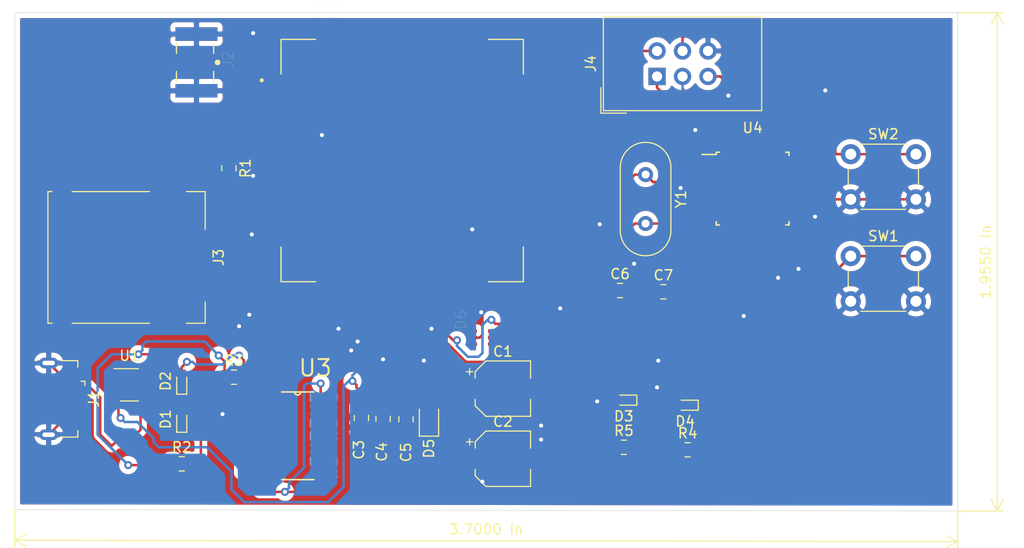
<source format=kicad_pcb>
(kicad_pcb (version 20171130) (host pcbnew "(5.1.2)-2")
  (layers (0 F.Cu signal) (31 B.Cu signal) (34 B.Paste user) (35 F.Paste user) (36 B.SilkS user) (37 F.SilkS user) (38 B.Mask user) (39 F.Mask user) (44 Edge.Cuts user))
  (net 0 "")
  (net 1 VRTC)
  (net 2 GND)
  (net 3 +5V)
  (net 4 VBAT)
  (net 5 "Net-(C6-Pad1)")
  (net 6 "Net-(C7-Pad1)")
  (net 7 "Net-(D1-Pad1)")
  (net 8 "Net-(D2-Pad2)")
  (net 9 "Net-(D3-Pad1)")
  (net 10 NETSTAT_5V)
  (net 11 PWRSTAT_5V)
  (net 12 "Net-(D4-Pad1)")
  (net 13 1.8V)
  (net 14 SIM_DATA)
  (net 15 SIM_CLK)
  (net 16 SIM_RST)
  (net 17 "Net-(D6-Pad6)")
  (net 18 "Net-(J1-Pad2)")
  (net 19 "Net-(J1-Pad4)")
  (net 20 "Net-(J1-Pad3)")
  (net 21 "Net-(J2-Pad1)")
  (net 22 SCK)
  (net 23 RTS)
  (net 24 2.8V)
  (net 25 "Net-(R2-Pad1)")
  (net 26 PWRKEY)
  (net 27 AVR_RST)
  (net 28 "Net-(U2-Pad9)")
  (net 29 RING)
  (net 30 "Net-(U2-Pad11)")
  (net 31 "Net-(U2-Pad12)")
  (net 32 SIM_TXD)
  (net 33 SIM_RXD)
  (net 34 GSMRST)
  (net 35 "Net-(U2-Pad19)")
  (net 36 "Net-(U2-Pad20)")
  (net 37 "Net-(U2-Pad21)")
  (net 38 "Net-(U2-Pad22)")
  (net 39 "Net-(U2-Pad23)")
  (net 40 "Net-(U2-Pad24)")
  (net 41 "Net-(U2-Pad25)")
  (net 42 "Net-(U2-Pad26)")
  (net 43 "Net-(U2-Pad27)")
  (net 44 "Net-(U2-Pad33)")
  (net 45 "Net-(U2-Pad37)")
  (net 46 "Net-(U2-Pad38)")
  (net 47 "Net-(U2-Pad39)")
  (net 48 "Net-(U2-Pad41)")
  (net 49 "Net-(U2-Pad42)")
  (net 50 "Net-(U2-Pad43)")
  (net 51 "Net-(U2-Pad44)")
  (net 52 "Net-(U2-Pad45)")
  (net 53 "Net-(U2-Pad46)")
  (net 54 "Net-(U2-Pad47)")
  (net 55 "Net-(U2-Pad48)")
  (net 56 POWERSTAT)
  (net 57 NETSTAT)
  (net 58 "Net-(U2-Pad53)")
  (net 59 "Net-(U2-Pad55)")
  (net 60 "Net-(U2-Pad56)")
  (net 61 "Net-(U2-Pad57)")
  (net 62 "Net-(U2-Pad58)")
  (net 63 "Net-(U2-Pad59)")
  (net 64 "Net-(U2-Pad60)")
  (net 65 "Net-(U2-Pad61)")
  (net 66 "Net-(U2-Pad62)")
  (net 67 "Net-(U2-Pad63)")
  (net 68 "Net-(U2-Pad66)")
  (net 69 UART_TX)
  (net 70 RING_5V)
  (net 71 "Net-(U4-Pad1)")
  (net 72 "Net-(U4-Pad2)")
  (net 73 "Net-(U4-Pad9)")
  (net 74 "Net-(U4-Pad10)")
  (net 75 "Net-(U4-Pad11)")
  (net 76 "Net-(U4-Pad12)")
  (net 77 "Net-(U4-Pad13)")
  (net 78 "Net-(U4-Pad14)")
  (net 79 MOSI)
  (net 80 MISO)
  (net 81 "Net-(U4-Pad19)")
  (net 82 "Net-(U4-Pad20)")
  (net 83 "Net-(U4-Pad22)")
  (net 84 "Net-(U4-Pad23)")
  (net 85 "Net-(U4-Pad24)")
  (net 86 "Net-(U4-Pad25)")
  (net 87 "Net-(U4-Pad26)")
  (net 88 "Net-(U4-Pad27)")
  (net 89 "Net-(U4-Pad28)")
  (net 90 "Net-(U4-Pad32)")
  (net 91 "Net-(J3-Pad6)")
  (module Capacitor_SMD:CP_Elec_5x4.4 (layer F.Cu) (at 99.441 95.885)
    (fp_text reference C1 (at 0 -3.7) (layer F.SilkS))
    (fp_text value 10pF)
    (pad 1 smd roundrect (at -2.2 0) (size 3 1.6) (layers F.Cu F.Paste F.Mask) (roundrect_rratio 0.15625) (net 1 VRTC))
    (pad 2 smd roundrect (at 2.2 0) (size 3 1.6) (layers F.Cu F.Paste F.Mask) (roundrect_rratio 0.15625) (net 2 GND))
  )
  (module Capacitor_SMD:CP_Elec_5x4.4 (layer F.Cu) (at 99.441 102.87)
    (fp_text reference C2 (at 0 -3.7) (layer F.SilkS))
    (fp_text value 10uF)
    (pad 2 smd roundrect (at 2.2 0) (size 3 1.6) (layers F.Cu F.Paste F.Mask) (roundrect_rratio 0.15625) (net 2 GND))
    (pad 1 smd roundrect (at -2.2 0) (size 3 1.6) (layers F.Cu F.Paste F.Mask) (roundrect_rratio 0.15625) (net 3 +5V))
  )
  (module Capacitor_SMD:C_0805_2012Metric (layer F.Cu) (at 85.344 98.806 270)
    (fp_text reference C3 (at 3.175 0.254 90) (layer F.SilkS))
    (fp_text value 100uF)
    (pad 1 smd roundrect (at -0.9375 0 270) (size 0.975 1.4) (layers F.Cu F.Paste F.Mask) (net 4 VBAT))
    (pad 2 smd roundrect (at 0.9375 0 270) (size 0.975 1.4) (layers F.Cu F.Paste F.Mask) (net 2 GND))
  )
  (module Capacitor_SMD:C_0805_2012Metric (layer F.Cu) (at 87.503 98.8845 270)
    (fp_text reference C4 (at 3.302 0.127 90) (layer F.SilkS))
    (fp_text value 33pF)
    (pad 2 smd roundrect (at 0.9375 0 270) (size 0.975 1.4) (layers F.Cu F.Paste F.Mask) (net 2 GND))
    (pad 1 smd roundrect (at -0.9375 0 270) (size 0.975 1.4) (layers F.Cu F.Paste F.Mask) (net 4 VBAT))
  )
  (module Capacitor_SMD:C_0805_2012Metric (layer F.Cu) (at 89.789 98.933 270)
    (fp_text reference C5 (at 3.302 0 90) (layer F.SilkS))
    (fp_text value 10pF)
    (pad 1 smd roundrect (at -0.9375 0 270) (size 0.975 1.4) (layers F.Cu F.Paste F.Mask) (net 4 VBAT))
    (pad 2 smd roundrect (at 0.9375 0 270) (size 0.975 1.4) (layers F.Cu F.Paste F.Mask) (net 2 GND))
  )
  (module Capacitor_SMD:C_0805_2012Metric (layer F.Cu) (at 111.125 86.106)
    (fp_text reference C6 (at 0 -1.65) (layer F.SilkS))
    (fp_text value 22pF)
    (pad 1 smd roundrect (at -0.9375 0) (size 0.975 1.4) (layers F.Cu F.Paste F.Mask) (net 5 "Net-(C6-Pad1)"))
    (pad 2 smd roundrect (at 0.9375 0) (size 0.975 1.4) (layers F.Cu F.Paste F.Mask) (net 2 GND))
  )
  (module Capacitor_SMD:C_0805_2012Metric (layer F.Cu) (at 115.443 86.233)
    (fp_text reference C7 (at 0 -1.65) (layer F.SilkS))
    (fp_text value 22pF)
    (pad 2 smd roundrect (at 0.9375 0) (size 0.975 1.4) (layers F.Cu F.Paste F.Mask) (net 2 GND))
    (pad 1 smd roundrect (at -0.9375 0) (size 0.975 1.4) (layers F.Cu F.Paste F.Mask) (net 6 "Net-(C7-Pad1)"))
  )
  (module digikey-footprints:LED_0603 (layer F.Cu) (at 67.437 98.933 90)
    (fp_text reference D1 (at 0 -1.61 90) (layer F.SilkS))
    (fp_text value LED)
    (pad 2 smd rect (at 0.75 0 90) (size 0.8 0.8) (layers F.Cu F.Paste F.Mask) (net 3 +5V))
    (pad 1 smd rect (at -0.75 0 90) (size 0.8 0.8) (layers F.Cu F.Paste F.Mask) (net 7 "Net-(D1-Pad1)"))
  )
  (module digikey-footprints:LED_0603 (layer F.Cu) (at 67.437 95.135 90)
    (fp_text reference D2 (at 0 -1.61 90) (layer F.SilkS))
    (fp_text value LED)
    (pad 1 smd rect (at -0.75 0 90) (size 0.8 0.8) (layers F.Cu F.Paste F.Mask) (net 2 GND))
    (pad 2 smd rect (at 0.75 0 90) (size 0.8 0.8) (layers F.Cu F.Paste F.Mask) (net 8 "Net-(D2-Pad2)"))
  )
  (module digikey-footprints:LED_0603 (layer F.Cu) (at 111.494 97.028 180)
    (fp_text reference D3 (at 0 -1.61) (layer F.SilkS))
    (fp_text value LED)
    (pad 1 smd rect (at -0.75 0 180) (size 0.8 0.8) (layers F.Cu F.Paste F.Mask) (net 9 "Net-(D3-Pad1)"))
    (pad 2 smd rect (at 0.75 0 180) (size 0.8 0.8) (layers F.Cu F.Paste F.Mask) (net 10 NETSTAT_5V))
  )
  (module digikey-footprints:LED_0603 (layer F.Cu) (at 117.614 97.536 180)
    (fp_text reference D4 (at 0 -1.61) (layer F.SilkS))
    (fp_text value LED)
    (pad 2 smd rect (at 0.75 0 180) (size 0.8 0.8) (layers F.Cu F.Paste F.Mask) (net 11 PWRSTAT_5V))
    (pad 1 smd rect (at -0.75 0 180) (size 0.8 0.8) (layers F.Cu F.Paste F.Mask) (net 12 "Net-(D4-Pad1)"))
  )
  (module Diode_SMD:D_0805_2012Metric (layer F.Cu) (at 92.075 98.933 90)
    (fp_text reference D5 (at -2.921 0 90) (layer F.SilkS))
    (fp_text value DIODE)
    (pad 1 smd roundrect (at -0.9375 0 90) (size 0.975 1.4) (layers F.Cu F.Paste F.Mask) (net 2 GND))
    (pad 2 smd roundrect (at 0.9375 0 90) (size 0.975 1.4) (layers F.Cu F.Paste F.Mask) (net 4 VBAT))
  )
  (module custom_footprints:SC70-6 (layer F.Cu) (at 97.409 90.805 90)
    (fp_text reference D6 (at 1.780285 -2.161765 90) (layer F.SilkS) (effects (font (size 1.001283 1.001283) (thickness 0.015))))
    (fp_text value SMF05C)
    (pad 1 smd rect (at -0.65 0.95 90) (size 0.35 0.8) (layers F.Cu) (net 13 1.8V))
    (pad 2 smd rect (at 0 0.95 90) (size 0.35 0.8) (layers F.Cu) (net 2 GND))
    (pad 3 smd rect (at 0.65 0.95 90) (size 0.35 0.8) (layers F.Cu) (net 14 SIM_DATA))
    (pad 4 smd rect (at 0.65 -0.95 90) (size 0.35 0.8) (layers F.Cu) (net 15 SIM_CLK))
    (pad 5 smd rect (at 0 -0.95 90) (size 0.35 0.8) (layers F.Cu) (net 16 SIM_RST))
    (pad 6 smd rect (at -0.65 -0.95 90) (size 0.35 0.8) (layers F.Cu) (net 17 "Net-(D6-Pad6)"))
  )
  (module Connector_USB:USB_Micro-B_GCT_USB3076-30-A (layer F.Cu) (at 55.372 96.901 270)
    (fp_text reference J1 (at 0 -3.3 90) (layer F.SilkS))
    (fp_text value USB_B_Micro)
    (pad 6 smd rect (at 1.125 1.2 270) (size 1.75 1.9) (layers F.Cu F.Paste F.Mask) (net 2 GND))
    (pad 2 smd rect (at -0.65 -1.45 270) (size 0.4 1.4) (layers F.Cu F.Paste F.Mask) (net 18 "Net-(J1-Pad2)"))
    (pad 1 smd rect (at -1.3 -1.45 270) (size 0.4 1.4) (layers F.Cu F.Paste F.Mask) (net 3 +5V))
    (pad 5 smd rect (at 1.3 -1.45 270) (size 0.4 1.4) (layers F.Cu F.Paste F.Mask) (net 2 GND))
    (pad 4 smd rect (at 0.65 -1.45 270) (size 0.4 1.4) (layers F.Cu F.Paste F.Mask) (net 19 "Net-(J1-Pad4)"))
    (pad 3 smd rect (at 0 -1.45 270) (size 0.4 1.4) (layers F.Cu F.Paste F.Mask) (net 20 "Net-(J1-Pad3)"))
    (pad 6 smd rect (at -1.125 1.2 270) (size 1.75 1.9) (layers F.Cu F.Paste F.Mask) (net 2 GND))
    (pad 6 thru_hole oval (at -3.575 1.2 90) (size 1.05 1.9) (drill oval 0.45 1.25) (layers *.Cu *.Mask) (net 2 GND))
    (pad 6 thru_hole oval (at 3.575 1.2 270) (size 1.05 1.9) (drill oval 0.45 1.25) (layers *.Cu *.Mask) (net 2 GND))
    (pad 6 smd rect (at 2.32 -1.03 270) (size 1.15 1.45) (layers F.Cu F.Paste F.Mask) (net 2 GND))
    (pad 6 smd rect (at -2.32 -1.03 270) (size 1.15 1.45) (layers F.Cu F.Paste F.Mask) (net 2 GND))
  )
  (module custom_footprints:SMA-J-P-H-ST-EM1 (layer F.Cu) (at 68.707 63.373 270)
    (fp_text reference J2 (at -0.32555 -3.34077 90) (layer F.SilkS) (effects (font (size 1.001732 1.001732) (thickness 0.015))))
    (fp_text value SMA-J-P-H-ST-EM1)
    (pad 1 smd rect (at 0 0 270) (size 1.27 3.6) (layers F.Cu F.Paste F.Mask) (net 21 "Net-(J2-Pad1)"))
    (pad 2_1 smd rect (at -2.825 -0.2 270) (size 1.35 4.2) (layers F.Cu F.Paste F.Mask) (net 2 GND))
    (pad 3_1 smd rect (at 2.825 -0.2 270) (size 1.35 4.2) (layers F.Cu F.Paste F.Mask) (net 2 GND))
    (pad 2_2 smd rect (at -2.825 -0.2 270) (size 1.35 4.2) (layers B.Cu B.Paste B.Mask) (net 2 GND))
    (pad 3_2 smd rect (at 2.825 -0.2 270) (size 1.35 4.2) (layers B.Cu B.Paste B.Mask) (net 2 GND))
  )
  (module Connector_IDC:IDC-Header_2x03_P2.54mm_Vertical (layer F.Cu) (at 114.808 64.77 90)
    (fp_text reference J4 (at 1.27 -6.604 90) (layer F.SilkS))
    (fp_text value AVR-ISP-6)
    (pad 1 thru_hole rect (at 0 0 90) (size 1.7272 1.7272) (drill 1.016) (layers *.Cu *.Mask) (net 80 MISO))
    (pad 2 thru_hole oval (at 2.54 0 90) (size 1.7272 1.7272) (drill 1.016) (layers *.Cu *.Mask) (net 3 +5V))
    (pad 3 thru_hole oval (at 0 2.54 90) (size 1.7272 1.7272) (drill 1.016) (layers *.Cu *.Mask) (net 22 SCK))
    (pad 4 thru_hole oval (at 2.54 2.54 90) (size 1.7272 1.7272) (drill 1.016) (layers *.Cu *.Mask) (net 79 MOSI))
    (pad 5 thru_hole oval (at 0 5.08 90) (size 1.7272 1.7272) (drill 1.016) (layers *.Cu *.Mask) (net 27 AVR_RST))
    (pad 6 thru_hole oval (at 2.54 5.08 90) (size 1.7272 1.7272) (drill 1.016) (layers *.Cu *.Mask) (net 2 GND))
  )
  (module Resistor_SMD:R_0805_2012Metric (layer F.Cu) (at 72.136 73.914 270)
    (fp_text reference R1 (at 0 -1.65 90) (layer F.SilkS))
    (fp_text value 10K)
    (pad 2 smd roundrect (at 0.9375 0 270) (size 0.975 1.4) (layers F.Cu F.Paste F.Mask) (net 23 RTS))
    (pad 1 smd roundrect (at -0.9375 0 270) (size 0.975 1.4) (layers F.Cu F.Paste F.Mask) (net 24 2.8V))
  )
  (module Resistor_SMD:R_0805_2012Metric (layer F.Cu) (at 67.437 103.378)
    (fp_text reference R2 (at 0 -1.65) (layer F.SilkS))
    (fp_text value 220ohm)
    (pad 1 smd roundrect (at -0.9375 0) (size 0.975 1.4) (layers F.Cu F.Paste F.Mask) (net 25 "Net-(R2-Pad1)"))
    (pad 2 smd roundrect (at 0.9375 0) (size 0.975 1.4) (layers F.Cu F.Paste F.Mask) (net 7 "Net-(D1-Pad1)"))
  )
  (module Resistor_SMD:R_0805_2012Metric (layer F.Cu) (at 72.644 94.742)
    (fp_text reference R3 (at 0 -1.65) (layer F.SilkS))
    (fp_text value 1K)
    (pad 1 smd roundrect (at -0.9375 0) (size 0.975 1.4) (layers F.Cu F.Paste F.Mask) (net 25 "Net-(R2-Pad1)"))
    (pad 2 smd roundrect (at 0.9375 0) (size 0.975 1.4) (layers F.Cu F.Paste F.Mask) (net 8 "Net-(D2-Pad2)"))
  )
  (module Resistor_SMD:R_0805_2012Metric (layer F.Cu) (at 111.506 101.727)
    (fp_text reference R5 (at 0 -1.65) (layer F.SilkS))
    (fp_text value 220ohm)
    (pad 2 smd roundrect (at 0.9375 0) (size 0.975 1.4) (layers F.Cu F.Paste F.Mask) (net 9 "Net-(D3-Pad1)"))
    (pad 1 smd roundrect (at -0.9375 0) (size 0.975 1.4) (layers F.Cu F.Paste F.Mask) (net 2 GND))
  )
  (module Button_Switch_THT:SW_PUSH_6mm_H5mm (layer F.Cu) (at 134.112 82.677)
    (fp_text reference SW1 (at 3.25 -2) (layer F.SilkS))
    (fp_text value SW_Push)
    (pad 2 thru_hole circle (at 0 4.5 90) (size 2 2) (drill 1.1) (layers *.Cu *.Mask) (net 2 GND))
    (pad 1 thru_hole circle (at 0 0 90) (size 2 2) (drill 1.1) (layers *.Cu *.Mask) (net 26 PWRKEY))
    (pad 2 thru_hole circle (at 6.5 4.5 90) (size 2 2) (drill 1.1) (layers *.Cu *.Mask) (net 2 GND))
    (pad 1 thru_hole circle (at 6.5 0 90) (size 2 2) (drill 1.1) (layers *.Cu *.Mask) (net 26 PWRKEY))
  )
  (module Button_Switch_THT:SW_PUSH_6mm_H5mm (layer F.Cu) (at 134.112 72.517)
    (fp_text reference SW2 (at 3.25 -2) (layer F.SilkS))
    (fp_text value SW_Push)
    (pad 1 thru_hole circle (at 6.5 0 90) (size 2 2) (drill 1.1) (layers *.Cu *.Mask) (net 27 AVR_RST))
    (pad 2 thru_hole circle (at 6.5 4.5 90) (size 2 2) (drill 1.1) (layers *.Cu *.Mask) (net 2 GND))
    (pad 1 thru_hole circle (at 0 0 90) (size 2 2) (drill 1.1) (layers *.Cu *.Mask) (net 27 AVR_RST))
    (pad 2 thru_hole circle (at 0 4.5 90) (size 2 2) (drill 1.1) (layers *.Cu *.Mask) (net 2 GND))
  )
  (module Package_TO_SOT_SMD:SOT-23-5 (layer F.Cu) (at 62.23 95.504)
    (fp_text reference U1 (at 0 -2.9) (layer F.SilkS))
    (fp_text value MCP73811T-420I-OT)
    (pad 1 smd rect (at -1.1 -0.95) (size 1.06 0.65) (layers F.Cu F.Paste F.Mask) (net 2 GND))
    (pad 2 smd rect (at -1.1 0) (size 1.06 0.65) (layers F.Cu F.Paste F.Mask) (net 2 GND))
    (pad 3 smd rect (at -1.1 0.95) (size 1.06 0.65) (layers F.Cu F.Paste F.Mask) (net 4 VBAT))
    (pad 4 smd rect (at 1.1 0.95) (size 1.06 0.65) (layers F.Cu F.Paste F.Mask) (net 3 +5V))
    (pad 5 smd rect (at 1.1 -0.95) (size 1.06 0.65) (layers F.Cu F.Paste F.Mask) (net 25 "Net-(R2-Pad1)"))
  )
  (module XCVR_SIM808 (layer F.Cu) (at 89.408 73.152)
    (fp_text reference U2 (at -7.555 -14.889) (layer F.SilkS) (effects (font (size 1.4 1.4) (thickness 0.015))))
    (fp_text value SIM808)
    (pad 1 smd rect (at -12 -8) (size 1.6 0.6) (layers F.Cu F.Paste F.Mask) (net 2 GND))
    (pad 2 smd rect (at -12 -7) (size 1.6 0.6) (layers F.Cu F.Paste F.Mask) (net 2 GND))
    (pad 3 smd rect (at -12 -6) (size 1.6 0.6) (layers F.Cu F.Paste F.Mask) (net 2 GND))
    (pad 4 smd rect (at -12 -5) (size 1.6 0.6) (layers F.Cu F.Paste F.Mask) (net 4 VBAT))
    (pad 5 smd rect (at -12 -4) (size 1.6 0.6) (layers F.Cu F.Paste F.Mask) (net 4 VBAT))
    (pad 6 smd rect (at -12 -3) (size 1.6 0.6) (layers F.Cu F.Paste F.Mask) (net 4 VBAT))
    (pad 7 smd rect (at -12 -2) (size 1.6 0.6) (layers F.Cu F.Paste F.Mask) (net 24 2.8V))
    (pad 8 smd rect (at -12 -1) (size 1.6 0.6) (layers F.Cu F.Paste F.Mask) (net 26 PWRKEY))
    (pad 9 smd rect (at -12 0) (size 1.6 0.6) (layers F.Cu F.Paste F.Mask) (net 28 "Net-(U2-Pad9)"))
    (pad 10 smd rect (at -12 1) (size 1.6 0.6) (layers F.Cu F.Paste F.Mask) (net 29 RING))
    (pad 11 smd rect (at -12 2) (size 1.6 0.6) (layers F.Cu F.Paste F.Mask) (net 30 "Net-(U2-Pad11)"))
    (pad 12 smd rect (at -12 3) (size 1.6 0.6) (layers F.Cu F.Paste F.Mask) (net 31 "Net-(U2-Pad12)"))
    (pad 13 smd rect (at -12 4) (size 1.6 0.6) (layers F.Cu F.Paste F.Mask) (net 23 RTS))
    (pad 14 smd rect (at -12 5) (size 1.6 0.6) (layers F.Cu F.Paste F.Mask) (net 32 SIM_TXD))
    (pad 15 smd rect (at -12 6) (size 1.6 0.6) (layers F.Cu F.Paste F.Mask) (net 33 SIM_RXD))
    (pad 16 smd rect (at -12 7) (size 1.6 0.6) (layers F.Cu F.Paste F.Mask) (net 34 GSMRST))
    (pad 17 smd rect (at -12 8) (size 1.6 0.6) (layers F.Cu F.Paste F.Mask) (net 1 VRTC))
    (pad 18 smd rect (at -8 12) (size 0.6 1.6) (layers F.Cu F.Paste F.Mask) (net 2 GND))
    (pad 19 smd rect (at -7 12) (size 0.6 1.6) (layers F.Cu F.Paste F.Mask) (net 35 "Net-(U2-Pad19)"))
    (pad 20 smd rect (at -6 12) (size 0.6 1.6) (layers F.Cu F.Paste F.Mask) (net 36 "Net-(U2-Pad20)"))
    (pad 21 smd rect (at -5 12) (size 0.6 1.6) (layers F.Cu F.Paste F.Mask) (net 37 "Net-(U2-Pad21)"))
    (pad 22 smd rect (at -4 12) (size 0.6 1.6) (layers F.Cu F.Paste F.Mask) (net 38 "Net-(U2-Pad22)"))
    (pad 23 smd rect (at -3 12) (size 0.6 1.6) (layers F.Cu F.Paste F.Mask) (net 39 "Net-(U2-Pad23)"))
    (pad 24 smd rect (at -2 12) (size 0.6 1.6) (layers F.Cu F.Paste F.Mask) (net 40 "Net-(U2-Pad24)"))
    (pad 25 smd rect (at -1 12) (size 0.6 1.6) (layers F.Cu F.Paste F.Mask) (net 41 "Net-(U2-Pad25)"))
    (pad 26 smd rect (at 0 12) (size 0.6 1.6) (layers F.Cu F.Paste F.Mask) (net 42 "Net-(U2-Pad26)"))
    (pad 27 smd rect (at 1 12) (size 0.6 1.6) (layers F.Cu F.Paste F.Mask) (net 43 "Net-(U2-Pad27)"))
    (pad 28 smd rect (at 2 12) (size 0.6 1.6) (layers F.Cu F.Paste F.Mask) (net 2 GND))
    (pad 29 smd rect (at 3 12) (size 0.6 1.6) (layers F.Cu F.Paste F.Mask) (net 13 1.8V))
    (pad 30 smd rect (at 4 12) (size 0.6 1.6) (layers F.Cu F.Paste F.Mask) (net 14 SIM_DATA))
    (pad 31 smd rect (at 5 12) (size 0.6 1.6) (layers F.Cu F.Paste F.Mask) (net 15 SIM_CLK))
    (pad 32 smd rect (at 6 12) (size 0.6 1.6) (layers F.Cu F.Paste F.Mask) (net 16 SIM_RST))
    (pad 33 smd rect (at 7 12) (size 0.6 1.6) (layers F.Cu F.Paste F.Mask) (net 44 "Net-(U2-Pad33)"))
    (pad 34 smd rect (at 8 12) (size 0.6 1.6) (layers F.Cu F.Paste F.Mask) (net 2 GND))
    (pad 35 smd rect (at 12 8) (size 1.6 0.6) (layers F.Cu F.Paste F.Mask) (net 21 "Net-(J2-Pad1)"))
    (pad 36 smd rect (at 12 7) (size 1.6 0.6) (layers F.Cu F.Paste F.Mask) (net 2 GND))
    (pad 37 smd rect (at 12 6) (size 1.6 0.6) (layers F.Cu F.Paste F.Mask) (net 45 "Net-(U2-Pad37)"))
    (pad 38 smd rect (at 12 5) (size 1.6 0.6) (layers F.Cu F.Paste F.Mask) (net 46 "Net-(U2-Pad38)"))
    (pad 39 smd rect (at 12 4) (size 1.6 0.6) (layers F.Cu F.Paste F.Mask) (net 47 "Net-(U2-Pad39)"))
    (pad 40 smd rect (at 12 3) (size 1.6 0.6) (layers F.Cu F.Paste F.Mask) (net 2 GND))
    (pad 41 smd rect (at 12 2) (size 1.6 0.6) (layers F.Cu F.Paste F.Mask) (net 48 "Net-(U2-Pad41)"))
    (pad 42 smd rect (at 12 1) (size 1.6 0.6) (layers F.Cu F.Paste F.Mask) (net 49 "Net-(U2-Pad42)"))
    (pad 43 smd rect (at 12 0) (size 1.6 0.6) (layers F.Cu F.Paste F.Mask) (net 50 "Net-(U2-Pad43)"))
    (pad 44 smd rect (at 12 -1) (size 1.6 0.6) (layers F.Cu F.Paste F.Mask) (net 51 "Net-(U2-Pad44)"))
    (pad 45 smd rect (at 12 -2) (size 1.6 0.6) (layers F.Cu F.Paste F.Mask) (net 52 "Net-(U2-Pad45)"))
    (pad 46 smd rect (at 12 -3) (size 1.6 0.6) (layers F.Cu F.Paste F.Mask) (net 53 "Net-(U2-Pad46)"))
    (pad 47 smd rect (at 12 -4) (size 1.6 0.6) (layers F.Cu F.Paste F.Mask) (net 54 "Net-(U2-Pad47)"))
    (pad 48 smd rect (at 12 -5) (size 1.6 0.6) (layers F.Cu F.Paste F.Mask) (net 55 "Net-(U2-Pad48)"))
    (pad 49 smd rect (at 12 -6) (size 1.6 0.6) (layers F.Cu F.Paste F.Mask) (net 56 POWERSTAT))
    (pad 50 smd rect (at 12 -7) (size 1.6 0.6) (layers F.Cu F.Paste F.Mask) (net 57 NETSTAT))
    (pad 51 smd rect (at 12 -8) (size 1.6 0.6) (layers F.Cu F.Paste F.Mask) (net 2 GND))
    (pad 52 smd rect (at 8 -12) (size 0.6 1.6) (layers F.Cu F.Paste F.Mask) (net 2 GND))
    (pad 53 smd rect (at 7 -12) (size 0.6 1.6) (layers F.Cu F.Paste F.Mask) (net 58 "Net-(U2-Pad53)"))
    (pad 54 smd rect (at 6 -12) (size 0.6 1.6) (layers F.Cu F.Paste F.Mask) (net 2 GND))
    (pad 55 smd rect (at 5 -12) (size 0.6 1.6) (layers F.Cu F.Paste F.Mask) (net 59 "Net-(U2-Pad55)"))
    (pad 56 smd rect (at 4 -12) (size 0.6 1.6) (layers F.Cu F.Paste F.Mask) (net 60 "Net-(U2-Pad56)"))
    (pad 57 smd rect (at 3 -12) (size 0.6 1.6) (layers F.Cu F.Paste F.Mask) (net 61 "Net-(U2-Pad57)"))
    (pad 58 smd rect (at 2 -12) (size 0.6 1.6) (layers F.Cu F.Paste F.Mask) (net 62 "Net-(U2-Pad58)"))
    (pad 59 smd rect (at 1 -12) (size 0.6 1.6) (layers F.Cu F.Paste F.Mask) (net 63 "Net-(U2-Pad59)"))
    (pad 60 smd rect (at 0 -12) (size 0.6 1.6) (layers F.Cu F.Paste F.Mask) (net 64 "Net-(U2-Pad60)"))
    (pad 61 smd rect (at -1 -12) (size 0.6 1.6) (layers F.Cu F.Paste F.Mask) (net 65 "Net-(U2-Pad61)"))
    (pad 62 smd rect (at -2 -12) (size 0.6 1.6) (layers F.Cu F.Paste F.Mask) (net 66 "Net-(U2-Pad62)"))
    (pad 63 smd rect (at -3 -12) (size 0.6 1.6) (layers F.Cu F.Paste F.Mask) (net 67 "Net-(U2-Pad63)"))
    (pad 64 smd rect (at -4 -12) (size 0.6 1.6) (layers F.Cu F.Paste F.Mask) (net 2 GND))
    (pad 65 smd rect (at -5 -12) (size 0.6 1.6) (layers F.Cu F.Paste F.Mask) (net 2 GND))
    (pad 66 smd rect (at -6 -12) (size 0.6 1.6) (layers F.Cu F.Paste F.Mask) (net 68 "Net-(U2-Pad66)"))
    (pad 67 smd rect (at -7 -12) (size 0.6 1.6) (layers F.Cu F.Paste F.Mask) (net 2 GND))
    (pad 68 smd rect (at -8 -12) (size 0.6 1.6) (layers F.Cu F.Paste F.Mask) (net 2 GND))
  )
  (module custom_footprints:SOIC127P600X175-14N (layer F.Cu) (at 78.994 100.584)
    (fp_text reference U3 (at 1.752655 -6.756635) (layer F.SilkS) (effects (font (size 1.640055 1.640055) (thickness 0.2))))
    (fp_text value 74ABT125D)
    (pad 1 smd rect (at -2.5908 -3.81) (size 1.7018 0.5334) (layers F.Cu F.Paste F.Mask) (net 2 GND))
    (pad 2 smd rect (at -2.5908 -2.54) (size 1.7018 0.5334) (layers F.Cu F.Paste F.Mask) (net 32 SIM_TXD))
    (pad 3 smd rect (at -2.5908 -1.27) (size 1.7018 0.5334) (layers F.Cu F.Paste F.Mask) (net 69 UART_TX))
    (pad 4 smd rect (at -2.5908 0) (size 1.7018 0.5334) (layers F.Cu F.Paste F.Mask) (net 2 GND))
    (pad 5 smd rect (at -2.5908 1.27) (size 1.7018 0.5334) (layers F.Cu F.Paste F.Mask) (net 29 RING))
    (pad 6 smd rect (at -2.5908 2.54) (size 1.7018 0.5334) (layers F.Cu F.Paste F.Mask) (net 70 RING_5V))
    (pad 7 smd rect (at -2.5908 3.81) (size 1.7018 0.5334) (layers F.Cu F.Paste F.Mask) (net 2 GND))
    (pad 8 smd rect (at 2.5908 3.81) (size 1.7018 0.5334) (layers F.Cu F.Paste F.Mask) (net 10 NETSTAT_5V))
    (pad 9 smd rect (at 2.5908 2.54) (size 1.7018 0.5334) (layers F.Cu F.Paste F.Mask) (net 57 NETSTAT))
    (pad 10 smd rect (at 2.5908 1.27) (size 1.7018 0.5334) (layers F.Cu F.Paste F.Mask) (net 2 GND))
    (pad 11 smd rect (at 2.5908 0) (size 1.7018 0.5334) (layers F.Cu F.Paste F.Mask) (net 11 PWRSTAT_5V))
    (pad 12 smd rect (at 2.5908 -1.27) (size 1.7018 0.5334) (layers F.Cu F.Paste F.Mask) (net 56 POWERSTAT))
    (pad 13 smd rect (at 2.5908 -2.54) (size 1.7018 0.5334) (layers F.Cu F.Paste F.Mask) (net 2 GND))
    (pad 14 smd rect (at 2.5908 -3.81) (size 1.7018 0.5334) (layers F.Cu F.Paste F.Mask) (net 3 +5V))
  )
  (module Package_QFP:TQFP-32_7x7mm_P0.8mm (layer F.Cu) (at 124.333 75.946)
    (fp_text reference U4 (at 0 -6.05) (layer F.SilkS))
    (fp_text value ATmega328-AU)
    (pad 1 smd rect (at -4.25 -2.8) (size 1.6 0.55) (layers F.Cu F.Paste F.Mask) (net 71 "Net-(U4-Pad1)"))
    (pad 2 smd rect (at -4.25 -2) (size 1.6 0.55) (layers F.Cu F.Paste F.Mask) (net 72 "Net-(U4-Pad2)"))
    (pad 3 smd rect (at -4.25 -1.2) (size 1.6 0.55) (layers F.Cu F.Paste F.Mask) (net 2 GND))
    (pad 4 smd rect (at -4.25 -0.4) (size 1.6 0.55) (layers F.Cu F.Paste F.Mask) (net 3 +5V))
    (pad 5 smd rect (at -4.25 0.4) (size 1.6 0.55) (layers F.Cu F.Paste F.Mask) (net 2 GND))
    (pad 6 smd rect (at -4.25 1.2) (size 1.6 0.55) (layers F.Cu F.Paste F.Mask) (net 3 +5V))
    (pad 7 smd rect (at -4.25 2) (size 1.6 0.55) (layers F.Cu F.Paste F.Mask) (net 6 "Net-(C7-Pad1)"))
    (pad 8 smd rect (at -4.25 2.8) (size 1.6 0.55) (layers F.Cu F.Paste F.Mask) (net 5 "Net-(C6-Pad1)"))
    (pad 9 smd rect (at -2.8 4.25 90) (size 1.6 0.55) (layers F.Cu F.Paste F.Mask) (net 73 "Net-(U4-Pad9)"))
    (pad 10 smd rect (at -2 4.25 90) (size 1.6 0.55) (layers F.Cu F.Paste F.Mask) (net 74 "Net-(U4-Pad10)"))
    (pad 11 smd rect (at -1.2 4.25 90) (size 1.6 0.55) (layers F.Cu F.Paste F.Mask) (net 75 "Net-(U4-Pad11)"))
    (pad 12 smd rect (at -0.4 4.25 90) (size 1.6 0.55) (layers F.Cu F.Paste F.Mask) (net 76 "Net-(U4-Pad12)"))
    (pad 13 smd rect (at 0.4 4.25 90) (size 1.6 0.55) (layers F.Cu F.Paste F.Mask) (net 77 "Net-(U4-Pad13)"))
    (pad 14 smd rect (at 1.2 4.25 90) (size 1.6 0.55) (layers F.Cu F.Paste F.Mask) (net 78 "Net-(U4-Pad14)"))
    (pad 15 smd rect (at 2 4.25 90) (size 1.6 0.55) (layers F.Cu F.Paste F.Mask) (net 79 MOSI))
    (pad 16 smd rect (at 2.8 4.25 90) (size 1.6 0.55) (layers F.Cu F.Paste F.Mask) (net 80 MISO))
    (pad 17 smd rect (at 4.25 2.8) (size 1.6 0.55) (layers F.Cu F.Paste F.Mask) (net 22 SCK))
    (pad 18 smd rect (at 4.25 2) (size 1.6 0.55) (layers F.Cu F.Paste F.Mask) (net 3 +5V))
    (pad 19 smd rect (at 4.25 1.2) (size 1.6 0.55) (layers F.Cu F.Paste F.Mask) (net 81 "Net-(U4-Pad19)"))
    (pad 20 smd rect (at 4.25 0.4) (size 1.6 0.55) (layers F.Cu F.Paste F.Mask) (net 82 "Net-(U4-Pad20)"))
    (pad 21 smd rect (at 4.25 -0.4) (size 1.6 0.55) (layers F.Cu F.Paste F.Mask) (net 2 GND))
    (pad 22 smd rect (at 4.25 -1.2) (size 1.6 0.55) (layers F.Cu F.Paste F.Mask) (net 83 "Net-(U4-Pad22)"))
    (pad 23 smd rect (at 4.25 -2) (size 1.6 0.55) (layers F.Cu F.Paste F.Mask) (net 84 "Net-(U4-Pad23)"))
    (pad 24 smd rect (at 4.25 -2.8) (size 1.6 0.55) (layers F.Cu F.Paste F.Mask) (net 85 "Net-(U4-Pad24)"))
    (pad 25 smd rect (at 2.8 -4.25 90) (size 1.6 0.55) (layers F.Cu F.Paste F.Mask) (net 86 "Net-(U4-Pad25)"))
    (pad 26 smd rect (at 2 -4.25 90) (size 1.6 0.55) (layers F.Cu F.Paste F.Mask) (net 87 "Net-(U4-Pad26)"))
    (pad 27 smd rect (at 1.2 -4.25 90) (size 1.6 0.55) (layers F.Cu F.Paste F.Mask) (net 88 "Net-(U4-Pad27)"))
    (pad 28 smd rect (at 0.4 -4.25 90) (size 1.6 0.55) (layers F.Cu F.Paste F.Mask) (net 89 "Net-(U4-Pad28)"))
    (pad 29 smd rect (at -0.4 -4.25 90) (size 1.6 0.55) (layers F.Cu F.Paste F.Mask) (net 27 AVR_RST))
    (pad 30 smd rect (at -1.2 -4.25 90) (size 1.6 0.55) (layers F.Cu F.Paste F.Mask) (net 69 UART_TX))
    (pad 31 smd rect (at -2 -4.25 90) (size 1.6 0.55) (layers F.Cu F.Paste F.Mask) (net 33 SIM_RXD))
    (pad 32 smd rect (at -2.8 -4.25 90) (size 1.6 0.55) (layers F.Cu F.Paste F.Mask) (net 90 "Net-(U4-Pad32)"))
  )
  (module Crystal:Crystal_HC49-U_Vertical (layer F.Cu) (at 113.665 74.549 270)
    (fp_text reference Y1 (at 2.44 -3.525 90) (layer F.SilkS))
    (fp_text value Crystal)
    (pad 1 thru_hole circle (at 0 0 270) (size 1.5 1.5) (drill 0.8) (layers *.Cu *.Mask) (net 6 "Net-(C7-Pad1)"))
    (pad 2 thru_hole circle (at 4.88 0 270) (size 1.5 1.5) (drill 0.8) (layers *.Cu *.Mask) (net 5 "Net-(C6-Pad1)"))
  )
  (module Connector_Card:microSIM_JAE_SF53S006VCBR2000 (layer F.Cu) (at 62.611 82.804 270)
    (fp_text reference J3 (at 0 -8.5 90) (layer F.SilkS))
    (fp_text value SIM_Card)
    (pad SH smd rect (at -6.105 7.11 270) (size 1.4 1.7) (layers F.Cu F.Paste F.Mask))
    (pad SH smd rect (at 6.105 7.11 270) (size 1.4 1.7) (layers F.Cu F.Paste F.Mask))
    (pad SH smd rect (at -6.27 -2.45 270) (size 0.45 1.3) (layers F.Cu F.Paste F.Mask))
    (pad SH smd rect (at -6.27 -4.45 270) (size 0.45 1.3) (layers F.Cu F.Paste F.Mask))
    (pad SH smd rect (at 6.27 -2.45 270) (size 0.45 1.3) (layers F.Cu F.Paste F.Mask))
    (pad SH smd rect (at 6.27 -4.45 270) (size 0.45 1.3) (layers F.Cu F.Paste F.Mask))
    (pad SH smd rect (at -2.535 6.53 270) (size 0.54 0.8) (layers F.Cu F.Paste F.Mask))
    (pad SH smd rect (at 2.545 6.53 270) (size 0.54 0.8) (layers F.Cu F.Paste F.Mask))
    (pad 1 smd rect (at 2.755 -6.62 270) (size 0.65 1.15) (layers F.Cu F.Paste F.Mask) (net 13 1.8V))
    (pad 2 smd rect (at 0.215 -6.62 270) (size 0.65 1.15) (layers F.Cu F.Paste F.Mask) (net 16 SIM_RST))
    (pad 3 smd rect (at -2.325 -6.62 270) (size 0.65 1.15) (layers F.Cu F.Paste F.Mask) (net 15 SIM_CLK))
    (pad 5 smd rect (at 4.025 -6.62 270) (size 0.65 1.15) (layers F.Cu F.Paste F.Mask) (net 2 GND))
    (pad 6 smd rect (at 1.485 -6.62 270) (size 0.65 1.15) (layers F.Cu F.Paste F.Mask) (net 91 "Net-(J3-Pad6)"))
    (pad 7 smd rect (at -1.055 -6.62 270) (size 0.65 1.15) (layers F.Cu F.Paste F.Mask) (net 14 SIM_DATA))
  )
  (module Resistor_SMD:R_0805_2012Metric (layer F.Cu) (at 117.856 101.981)
    (fp_text reference R4 (at 0 -1.65) (layer F.SilkS))
    (fp_text value 220ohm)
    (pad 1 smd roundrect (at -0.9375 0) (size 0.975 1.4) (layers F.Cu F.Paste F.Mask) (net 2 GND))
    (pad 2 smd roundrect (at 0.9375 0) (size 0.975 1.4) (layers F.Cu F.Paste F.Mask) (net 12 "Net-(D4-Pad1)"))
  )
  (dimension 49.657 (width 0.12) (layer F.SilkS) (gr_text "49.657 mm" (at 149.987 83.2485 270) (layer F.SilkS) (effects (font (size 1 1) (thickness 0.15)))) (feature1 (pts (xy 144.78 108.077) (xy 149.303421 108.077))) (feature2 (pts (xy 144.78 58.42) (xy 149.303421 58.42))) (crossbar (pts (xy 148.717 58.42) (xy 148.717 108.077))) (arrow1a (pts (xy 148.717 108.077) (xy 148.130579 106.950496))) (arrow1b (pts (xy 148.717 108.077) (xy 149.303421 106.950496))) (arrow2a (pts (xy 148.717 58.42) (xy 148.130579 59.546504))) (arrow2b (pts (xy 148.717 58.42) (xy 149.303421 59.546504))))
  (dimension 93.980086 (width 0.12) (layer F.SilkS) (gr_text "93.980 mm" (at 97.784164 112.332008 359.9225733) (layer F.SilkS) (effects (font (size 1 1) (thickness 0.15)))) (feature1 (pts (xy 144.78 108.077) (xy 144.775088 111.711929))) (feature2 (pts (xy 50.8 107.95) (xy 50.795088 111.584929))) (crossbar (pts (xy 50.79588 110.998509) (xy 144.77588 111.125509))) (arrow1a (pts (xy 144.77588 111.125509) (xy 143.648585 111.710407))) (arrow1b (pts (xy 144.77588 111.125509) (xy 143.65017 110.537566))) (arrow2a (pts (xy 50.79588 110.998509) (xy 51.92159 111.586452))) (arrow2b (pts (xy 50.79588 110.998509) (xy 51.923175 110.413611))))
  (gr_line (start 50.8 107.95) (end 50.8 105.156) (layer Edge.Cuts) (width 0.05))
  (gr_line (start 144.78 108.077) (end 50.8 107.95) (layer Edge.Cuts) (width 0.05))
  (gr_line (start 144.78 58.42) (end 144.78 108.077) (layer Edge.Cuts) (width 0.05))
  (gr_line (start 50.8 58.42) (end 144.78 58.42) (layer Edge.Cuts) (width 0.05))
  (gr_line (start 50.8 105.156) (end 50.8 58.42) (layer Edge.Cuts) (width 0.05))
  (segment (start 77.408 81.152) (end 75.056 81.152) (width 0.25) (layer F.Cu) (net 1))
  (segment (start 75.056 81.152) (end 74.422 80.518) (width 0.25) (layer F.Cu) (net 1))
  (via (at 74.422 80.518) (size 0.8) (drill 0.4) (layers F.Cu B.Cu) (net 1))
  (segment (start 74.422 81.083685) (end 74.803 81.464685) (width 0.25) (layer B.Cu) (net 1))
  (segment (start 74.422 80.518) (end 74.422 81.083685) (width 0.25) (layer B.Cu) (net 1))
  (segment (start 74.803 81.464685) (end 74.803 85.598) (width 0.25) (layer B.Cu) (net 1))
  (segment (start 74.803 85.598) (end 79.121 89.916) (width 0.25) (layer B.Cu) (net 1))
  (segment (start 79.121 89.916) (end 83.058 89.916) (width 0.25) (layer B.Cu) (net 1))
  (via (at 83.058 89.916) (size 0.8) (drill 0.4) (layers F.Cu B.Cu) (net 1))
  (segment (start 91.272 89.916) (end 97.241 95.885) (width 0.25) (layer F.Cu) (net 1))
  (segment (start 83.058 89.916) (end 91.272 89.916) (width 0.25) (layer F.Cu) (net 1))
  (segment (start 140.612 77.017) (end 134.112 77.017) (width 0.25) (layer F.Cu) (net 2))
  (segment (start 111.506263 86.662237) (end 111.506263 88.391737) (width 0.25) (layer F.Cu) (net 2))
  (segment (start 112.0625 86.106) (end 111.506263 86.662237) (width 0.25) (layer F.Cu) (net 2))
  (segment (start 111.506263 88.391737) (end 111.252 88.646) (width 0.25) (layer F.Cu) (net 2))
  (segment (start 111.252 88.646) (end 107.696 88.646) (width 0.25) (layer F.Cu) (net 2))
  (segment (start 107.696 88.646) (end 105.537 86.487) (width 0.25) (layer F.Cu) (net 2))
  (segment (start 105.537 86.487) (end 105.537 82.042) (width 0.25) (layer F.Cu) (net 2))
  (segment (start 103.647 80.152) (end 101.408 80.152) (width 0.25) (layer F.Cu) (net 2))
  (segment (start 105.537 82.042) (end 103.647 80.152) (width 0.25) (layer F.Cu) (net 2))
  (segment (start 111.506263 88.391737) (end 114.299737 88.391737) (width 0.25) (layer F.Cu) (net 2))
  (segment (start 114.299737 88.391737) (end 115.062 89.154) (width 0.25) (layer F.Cu) (net 2))
  (segment (start 115.062 89.154) (end 115.443 89.154) (width 0.25) (layer F.Cu) (net 2))
  (segment (start 115.443 89.154) (end 116.967 87.63) (width 0.25) (layer F.Cu) (net 2))
  (segment (start 116.967 86.8195) (end 116.3805 86.233) (width 0.25) (layer F.Cu) (net 2))
  (segment (start 116.967 87.63) (end 116.967 86.8195) (width 0.25) (layer F.Cu) (net 2))
  (segment (start 77.362 66.198) (end 77.408 66.152) (width 0.25) (layer F.Cu) (net 2))
  (segment (start 68.907 66.198) (end 77.362 66.198) (width 0.25) (layer F.Cu) (net 2))
  (segment (start 66.557 60.548) (end 66.272 60.833) (width 0.25) (layer F.Cu) (net 2))
  (segment (start 68.907 60.548) (end 66.557 60.548) (width 0.25) (layer F.Cu) (net 2))
  (segment (start 66.272 60.833) (end 66.167 60.833) (width 0.25) (layer F.Cu) (net 2))
  (segment (start 66.167 60.833) (end 64.897 62.103) (width 0.25) (layer F.Cu) (net 2))
  (segment (start 64.897 62.103) (end 64.897 64.643) (width 0.25) (layer F.Cu) (net 2))
  (segment (start 66.452 66.198) (end 68.907 66.198) (width 0.25) (layer F.Cu) (net 2))
  (segment (start 64.897 64.643) (end 66.452 66.198) (width 0.25) (layer F.Cu) (net 2))
  (segment (start 77.408 67.152) (end 77.408 66.152) (width 0.25) (layer F.Cu) (net 2))
  (segment (start 77.408 66.152) (end 77.408 65.152) (width 0.25) (layer F.Cu) (net 2))
  (segment (start 78.458 65.152) (end 79.475 64.135) (width 0.25) (layer F.Cu) (net 2))
  (segment (start 77.408 65.152) (end 78.458 65.152) (width 0.25) (layer F.Cu) (net 2))
  (segment (start 79.475 64.135) (end 80.137 64.135) (width 0.25) (layer F.Cu) (net 2))
  (segment (start 81.408 62.864) (end 81.408 61.152) (width 0.25) (layer F.Cu) (net 2))
  (segment (start 80.137 64.135) (end 81.408 62.864) (width 0.25) (layer F.Cu) (net 2))
  (segment (start 81.408 61.152) (end 82.408 61.152) (width 0.25) (layer F.Cu) (net 2))
  (segment (start 82.408 62.202) (end 83.058 62.852) (width 0.25) (layer F.Cu) (net 2))
  (segment (start 82.408 61.152) (end 82.408 62.202) (width 0.25) (layer F.Cu) (net 2))
  (segment (start 83.058 62.852) (end 84.061 62.852) (width 0.25) (layer F.Cu) (net 2))
  (segment (start 84.408 62.505) (end 84.408 61.152) (width 0.25) (layer F.Cu) (net 2))
  (segment (start 84.061 62.852) (end 84.408 62.505) (width 0.25) (layer F.Cu) (net 2))
  (segment (start 84.408 61.152) (end 85.408 61.152) (width 0.25) (layer F.Cu) (net 2))
  (segment (start 84.408 62.505) (end 84.603 62.505) (width 0.25) (layer F.Cu) (net 2))
  (segment (start 84.603 62.505) (end 85.344 63.246) (width 0.25) (layer F.Cu) (net 2))
  (segment (start 85.344 63.246) (end 94.869 63.246) (width 0.25) (layer F.Cu) (net 2))
  (segment (start 95.408 62.707) (end 95.408 61.152) (width 0.25) (layer F.Cu) (net 2))
  (segment (start 94.869 63.246) (end 95.408 62.707) (width 0.25) (layer F.Cu) (net 2))
  (segment (start 95.408 62.707) (end 95.408 62.769) (width 0.25) (layer F.Cu) (net 2))
  (segment (start 95.408 62.769) (end 95.631 62.992) (width 0.25) (layer F.Cu) (net 2))
  (segment (start 97.408 62.202) (end 97.408 61.152) (width 0.25) (layer F.Cu) (net 2))
  (segment (start 96.618 62.992) (end 97.408 62.202) (width 0.25) (layer F.Cu) (net 2))
  (segment (start 95.631 62.992) (end 96.618 62.992) (width 0.25) (layer F.Cu) (net 2))
  (segment (start 97.408 62.202) (end 98.524 62.202) (width 0.25) (layer F.Cu) (net 2))
  (segment (start 98.524 62.202) (end 99.568 63.246) (width 0.25) (layer F.Cu) (net 2))
  (segment (start 99.568 63.246) (end 99.568 65.151) (width 0.25) (layer F.Cu) (net 2))
  (segment (start 99.568 65.151) (end 99.695 65.278) (width 0.25) (layer F.Cu) (net 2))
  (segment (start 99.821 65.152) (end 101.408 65.152) (width 0.25) (layer F.Cu) (net 2))
  (segment (start 99.695 65.278) (end 99.821 65.152) (width 0.25) (layer F.Cu) (net 2))
  (segment (start 56.252 99.221) (end 56.402 99.221) (width 0.25) (layer F.Cu) (net 2))
  (segment (start 55.057 98.026) (end 56.252 99.221) (width 0.25) (layer F.Cu) (net 2))
  (segment (start 54.172 98.026) (end 55.057 98.026) (width 0.25) (layer F.Cu) (net 2))
  (segment (start 55.427 99.221) (end 54.172 100.476) (width 0.25) (layer F.Cu) (net 2))
  (segment (start 56.402 99.221) (end 55.427 99.221) (width 0.25) (layer F.Cu) (net 2))
  (segment (start 55.442 94.581) (end 56.402 94.581) (width 0.25) (layer F.Cu) (net 2))
  (segment (start 54.247 95.776) (end 55.442 94.581) (width 0.25) (layer F.Cu) (net 2))
  (segment (start 54.172 95.776) (end 54.247 95.776) (width 0.25) (layer F.Cu) (net 2))
  (segment (start 55.427 94.581) (end 54.172 93.326) (width 0.25) (layer F.Cu) (net 2))
  (segment (start 56.402 94.581) (end 55.427 94.581) (width 0.25) (layer F.Cu) (net 2))
  (segment (start 61.103 94.581) (end 61.13 94.554) (width 0.25) (layer F.Cu) (net 2))
  (segment (start 56.402 94.581) (end 61.103 94.581) (width 0.25) (layer F.Cu) (net 2))
  (segment (start 61.13 94.554) (end 61.13 95.504) (width 0.25) (layer F.Cu) (net 2))
  (segment (start 61.91 94.554) (end 62.357 95.001) (width 0.25) (layer F.Cu) (net 2))
  (segment (start 61.13 94.554) (end 61.91 94.554) (width 0.25) (layer F.Cu) (net 2))
  (segment (start 62.357 95.001) (end 62.357 95.377) (width 0.25) (layer F.Cu) (net 2))
  (segment (start 62.357 95.377) (end 62.611 95.631) (width 0.25) (layer F.Cu) (net 2))
  (segment (start 62.611 95.631) (end 65.786 95.631) (width 0.25) (layer F.Cu) (net 2))
  (segment (start 66.04 95.885) (end 67.437 95.885) (width 0.25) (layer F.Cu) (net 2))
  (segment (start 65.786 95.631) (end 66.04 95.885) (width 0.25) (layer F.Cu) (net 2))
  (segment (start 56.822 98.801) (end 56.402 99.221) (width 0.25) (layer F.Cu) (net 2))
  (segment (start 56.822 98.201) (end 56.822 98.801) (width 0.25) (layer F.Cu) (net 2))
  (segment (start 67.437 95.885) (end 68.834 95.885) (width 0.25) (layer F.Cu) (net 2))
  (segment (start 68.834 95.885) (end 69.85 94.869) (width 0.25) (layer F.Cu) (net 2))
  (segment (start 69.85 94.869) (end 69.85 92.202) (width 0.25) (layer F.Cu) (net 2))
  (segment (start 69.85 92.202) (end 71.882 90.17) (width 0.25) (layer F.Cu) (net 2))
  (segment (start 71.882 90.17) (end 71.882 87.249) (width 0.25) (layer F.Cu) (net 2))
  (segment (start 71.462 86.829) (end 69.231 86.829) (width 0.25) (layer F.Cu) (net 2))
  (segment (start 71.882 87.249) (end 71.462 86.829) (width 0.25) (layer F.Cu) (net 2))
  (segment (start 121.133 76.346) (end 120.083 76.346) (width 0.25) (layer F.Cu) (net 2))
  (segment (start 121.412 76.067) (end 121.133 76.346) (width 0.25) (layer F.Cu) (net 2))
  (segment (start 121.412 75.025) (end 121.412 76.067) (width 0.25) (layer F.Cu) (net 2))
  (segment (start 121.133 74.746) (end 121.412 75.025) (width 0.25) (layer F.Cu) (net 2))
  (segment (start 120.083 74.746) (end 121.133 74.746) (width 0.25) (layer F.Cu) (net 2))
  (segment (start 121.412 75.025) (end 122.65 75.025) (width 0.25) (layer F.Cu) (net 2))
  (segment (start 123.171 75.546) (end 128.583 75.546) (width 0.25) (layer F.Cu) (net 2))
  (segment (start 122.65 75.025) (end 123.171 75.546) (width 0.25) (layer F.Cu) (net 2))
  (segment (start 132.135 77.017) (end 134.112 77.017) (width 0.25) (layer F.Cu) (net 2))
  (segment (start 130.863999 75.745999) (end 132.135 77.017) (width 0.25) (layer F.Cu) (net 2))
  (segment (start 129.339999 75.745999) (end 130.863999 75.745999) (width 0.25) (layer F.Cu) (net 2))
  (segment (start 128.583 75.546) (end 129.14 75.546) (width 0.25) (layer F.Cu) (net 2))
  (segment (start 129.14 75.546) (end 129.339999 75.745999) (width 0.25) (layer F.Cu) (net 2))
  (segment (start 141.611999 78.016999) (end 143.217001 78.016999) (width 0.25) (layer F.Cu) (net 2))
  (segment (start 140.612 77.017) (end 141.611999 78.016999) (width 0.25) (layer F.Cu) (net 2))
  (segment (start 143.217001 78.016999) (end 143.002 78.232) (width 0.25) (layer F.Cu) (net 2))
  (segment (start 143.002 84.787) (end 140.612 87.177) (width 0.25) (layer F.Cu) (net 2))
  (segment (start 143.002 78.232) (end 143.002 84.787) (width 0.25) (layer F.Cu) (net 2))
  (segment (start 116.9185 101.981) (end 116.9185 103.1725) (width 0.25) (layer F.Cu) (net 2))
  (segment (start 116.9185 103.1725) (end 115.57 104.521) (width 0.25) (layer F.Cu) (net 2))
  (segment (start 115.57 104.521) (end 111.125 104.521) (width 0.25) (layer F.Cu) (net 2))
  (segment (start 111.125 104.521) (end 109.982 103.378) (width 0.25) (layer F.Cu) (net 2))
  (segment (start 109.982 102.3135) (end 110.5685 101.727) (width 0.25) (layer F.Cu) (net 2))
  (segment (start 109.982 103.378) (end 109.982 102.3135) (width 0.25) (layer F.Cu) (net 2))
  (segment (start 101.641 103.77) (end 102.265 104.394) (width 0.25) (layer F.Cu) (net 2))
  (segment (start 101.641 102.87) (end 101.641 103.77) (width 0.25) (layer F.Cu) (net 2))
  (segment (start 108.966 104.394) (end 109.855 103.505) (width 0.25) (layer F.Cu) (net 2))
  (segment (start 109.855 103.505) (end 109.982 103.378) (width 0.25) (layer F.Cu) (net 2))
  (segment (start 102.51171 96.75571) (end 104.75671 96.75571) (width 0.25) (layer F.Cu) (net 2))
  (segment (start 101.641 95.885) (end 102.51171 96.75571) (width 0.25) (layer F.Cu) (net 2))
  (segment (start 104.75671 96.75571) (end 105.664 97.663) (width 0.25) (layer F.Cu) (net 2))
  (segment (start 105.664 104.013) (end 105.283 104.394) (width 0.25) (layer F.Cu) (net 2))
  (segment (start 105.664 97.663) (end 105.664 104.013) (width 0.25) (layer F.Cu) (net 2))
  (segment (start 102.265 104.394) (end 105.283 104.394) (width 0.25) (layer F.Cu) (net 2))
  (segment (start 105.283 104.394) (end 108.966 104.394) (width 0.25) (layer F.Cu) (net 2))
  (segment (start 87.4245 99.7435) (end 87.503 99.822) (width 0.25) (layer F.Cu) (net 2))
  (segment (start 85.344 99.7435) (end 87.4245 99.7435) (width 0.25) (layer F.Cu) (net 2))
  (segment (start 89.7405 99.822) (end 89.789 99.8705) (width 0.25) (layer F.Cu) (net 2))
  (segment (start 87.503 99.822) (end 89.7405 99.822) (width 0.25) (layer F.Cu) (net 2))
  (segment (start 89.789 99.8705) (end 92.075 99.8705) (width 0.25) (layer F.Cu) (net 2))
  (segment (start 82.6857 98.044) (end 82.9397 98.298) (width 0.25) (layer F.Cu) (net 2))
  (segment (start 81.5848 98.044) (end 82.6857 98.044) (width 0.25) (layer F.Cu) (net 2))
  (segment (start 83.8985 98.298) (end 85.344 99.7435) (width 0.25) (layer F.Cu) (net 2))
  (segment (start 82.9397 98.298) (end 83.8985 98.298) (width 0.25) (layer F.Cu) (net 2))
  (segment (start 77.5041 100.584) (end 78.105 101.1849) (width 0.25) (layer F.Cu) (net 2))
  (segment (start 76.4032 100.584) (end 77.5041 100.584) (width 0.25) (layer F.Cu) (net 2))
  (segment (start 78.105 101.1849) (end 78.105 103.124) (width 0.25) (layer F.Cu) (net 2))
  (segment (start 78.105 103.124) (end 77.978 103.251) (width 0.25) (layer F.Cu) (net 2))
  (segment (start 76.9874 104.394) (end 76.4032 104.394) (width 0.25) (layer F.Cu) (net 2))
  (segment (start 77.978 103.4034) (end 76.9874 104.394) (width 0.25) (layer F.Cu) (net 2))
  (segment (start 77.978 103.251) (end 77.978 103.4034) (width 0.25) (layer F.Cu) (net 2))
  (segment (start 78.105 101.1849) (end 78.3249 101.1849) (width 0.25) (layer F.Cu) (net 2))
  (segment (start 78.994 101.854) (end 81.5848 101.854) (width 0.25) (layer F.Cu) (net 2))
  (segment (start 78.3249 101.1849) (end 78.994 101.854) (width 0.25) (layer F.Cu) (net 2))
  (segment (start 78.3931 101.1849) (end 78.3249 101.1849) (width 0.25) (layer F.Cu) (net 2))
  (segment (start 78.7741 100.8039) (end 78.3931 101.1849) (width 0.25) (layer F.Cu) (net 2))
  (segment (start 78.7741 98.044) (end 78.7741 100.8039) (width 0.25) (layer F.Cu) (net 2))
  (segment (start 76.4032 96.774) (end 77.5041 96.774) (width 0.25) (layer F.Cu) (net 2))
  (segment (start 77.5041 96.774) (end 78.7741 98.044) (width 0.25) (layer F.Cu) (net 2))
  (segment (start 78.7741 98.044) (end 81.5848 98.044) (width 0.25) (layer F.Cu) (net 2))
  (segment (start 69.85 94.869) (end 69.85 95.631) (width 0.25) (layer F.Cu) (net 2))
  (segment (start 70.993 96.774) (end 76.4032 96.774) (width 0.25) (layer F.Cu) (net 2))
  (segment (start 69.85 95.631) (end 70.993 96.774) (width 0.25) (layer F.Cu) (net 2))
  (segment (start 97.408 86.202) (end 98.582 87.376) (width 0.25) (layer F.Cu) (net 2))
  (segment (start 97.408 85.152) (end 97.408 86.202) (width 0.25) (layer F.Cu) (net 2))
  (segment (start 98.582 87.376) (end 99.06 87.376) (width 0.25) (layer F.Cu) (net 2))
  (segment (start 99.06 87.376) (end 100.33 88.646) (width 0.25) (layer F.Cu) (net 2))
  (segment (start 99.009 90.805) (end 98.359 90.805) (width 0.25) (layer F.Cu) (net 2))
  (segment (start 99.314 90.805) (end 99.009 90.805) (width 0.25) (layer F.Cu) (net 2))
  (segment (start 100.33 89.789) (end 99.314 90.805) (width 0.25) (layer F.Cu) (net 2))
  (segment (start 100.33 88.646) (end 100.33 89.789) (width 0.25) (layer F.Cu) (net 2))
  (segment (start 63.33 99.992) (end 63.33 96.454) (width 0.25) (layer F.Cu) (net 3))
  (segment (start 62.103 101.219) (end 63.33 99.992) (width 0.25) (layer F.Cu) (net 3))
  (segment (start 58.136 95.601) (end 59.309 96.774) (width 0.25) (layer F.Cu) (net 3))
  (segment (start 56.822 95.601) (end 58.136 95.601) (width 0.25) (layer F.Cu) (net 3))
  (segment (start 59.309 100.457) (end 60.452 101.6) (width 0.25) (layer F.Cu) (net 3))
  (segment (start 60.452 101.6) (end 60.833 101.219) (width 0.25) (layer F.Cu) (net 3))
  (segment (start 59.309 96.774) (end 59.309 100.457) (width 0.25) (layer F.Cu) (net 3))
  (segment (start 60.833 101.219) (end 62.103 101.219) (width 0.25) (layer F.Cu) (net 3))
  (segment (start 64.11 96.454) (end 65.024 97.368) (width 0.25) (layer F.Cu) (net 3))
  (segment (start 63.33 96.454) (end 64.11 96.454) (width 0.25) (layer F.Cu) (net 3))
  (segment (start 65.024 97.368) (end 65.11 97.368) (width 0.25) (layer F.Cu) (net 3))
  (segment (start 65.925 98.183) (end 67.437 98.183) (width 0.25) (layer F.Cu) (net 3))
  (segment (start 65.11 97.368) (end 65.925 98.183) (width 0.25) (layer F.Cu) (net 3))
  (segment (start 119.033 77.146) (end 118.618 76.731) (width 0.25) (layer F.Cu) (net 3))
  (segment (start 120.083 77.146) (end 119.033 77.146) (width 0.25) (layer F.Cu) (net 3))
  (segment (start 118.618 76.731) (end 118.618 75.946) (width 0.25) (layer F.Cu) (net 3))
  (segment (start 119.018 75.546) (end 120.083 75.546) (width 0.25) (layer F.Cu) (net 3))
  (segment (start 118.618 75.946) (end 119.018 75.546) (width 0.25) (layer F.Cu) (net 3))
  (segment (start 121.133 77.146) (end 121.203 77.216) (width 0.25) (layer F.Cu) (net 3))
  (segment (start 120.083 77.146) (end 121.133 77.146) (width 0.25) (layer F.Cu) (net 3))
  (segment (start 121.203 77.216) (end 123.571 77.216) (width 0.25) (layer F.Cu) (net 3))
  (segment (start 124.301 77.946) (end 128.583 77.946) (width 0.25) (layer F.Cu) (net 3))
  (segment (start 123.571 77.216) (end 124.301 77.946) (width 0.25) (layer F.Cu) (net 3))
  (segment (start 68.087 98.183) (end 69.218 99.314) (width 0.25) (layer F.Cu) (net 3))
  (segment (start 67.437 98.183) (end 68.087 98.183) (width 0.25) (layer F.Cu) (net 3))
  (segment (start 69.218 99.314) (end 70.358 99.314) (width 0.25) (layer F.Cu) (net 3))
  (segment (start 70.358 99.314) (end 73.279 102.235) (width 0.25) (layer F.Cu) (net 3))
  (segment (start 73.279 102.235) (end 73.279 104.267) (width 0.25) (layer F.Cu) (net 3))
  (segment (start 73.279 104.267) (end 75.184 106.172) (width 0.25) (layer F.Cu) (net 3))
  (segment (start 75.184 106.172) (end 77.724 106.172) (width 0.25) (layer F.Cu) (net 3))
  (via (at 77.724 106.172) (size 0.8) (drill 0.4) (layers F.Cu B.Cu) (net 3))
  (segment (start 78.123999 105.772001) (end 78.123999 105.264001) (width 0.25) (layer B.Cu) (net 3))
  (segment (start 77.724 106.172) (end 78.123999 105.772001) (width 0.25) (layer B.Cu) (net 3))
  (segment (start 78.123999 105.264001) (end 79.629 103.759) (width 0.25) (layer B.Cu) (net 3))
  (segment (start 79.629 103.759) (end 79.629 97.663) (width 0.25) (layer B.Cu) (net 3))
  (segment (start 79.629 97.663) (end 79.629 96.012) (width 0.25) (layer B.Cu) (net 3))
  (segment (start 79.629 96.012) (end 79.629 95.631) (width 0.25) (layer B.Cu) (net 3))
  (segment (start 79.629 95.631) (end 79.883 95.377) (width 0.25) (layer B.Cu) (net 3))
  (segment (start 79.883 95.377) (end 81.28 95.377) (width 0.25) (layer B.Cu) (net 3))
  (via (at 81.28 95.377) (size 0.8) (drill 0.4) (layers F.Cu B.Cu) (net 3))
  (segment (start 81.28 96.4692) (end 81.5848 96.774) (width 0.25) (layer F.Cu) (net 3))
  (segment (start 81.28 95.377) (end 81.28 96.4692) (width 0.25) (layer F.Cu) (net 3))
  (segment (start 118.618 75.946) (end 117.221 75.946) (width 0.25) (layer F.Cu) (net 3))
  (segment (start 117.221 75.946) (end 117.1575 75.8825) (width 0.25) (layer F.Cu) (net 3))
  (segment (start 115.062 73.787) (end 115.062 73.152) (width 0.25) (layer F.Cu) (net 3))
  (segment (start 115.062 73.152) (end 111.76 69.85) (width 0.25) (layer F.Cu) (net 3))
  (segment (start 111.76 69.85) (end 111.76 62.992) (width 0.25) (layer F.Cu) (net 3))
  (segment (start 112.522 62.23) (end 114.808 62.23) (width 0.25) (layer F.Cu) (net 3))
  (segment (start 111.76 62.992) (end 112.522 62.23) (width 0.25) (layer F.Cu) (net 3))
  (segment (start 117.1575 75.8825) (end 115.062 73.787) (width 0.25) (layer F.Cu) (net 3))
  (via (at 117.1575 75.8825) (size 0.8) (drill 0.4) (layers F.Cu B.Cu) (net 3))
  (segment (start 117.1575 76.448185) (end 117.983 77.273685) (width 0.25) (layer B.Cu) (net 3))
  (segment (start 117.1575 75.8825) (end 117.1575 76.448185) (width 0.25) (layer B.Cu) (net 3))
  (segment (start 117.983 77.273685) (end 117.983 83.82) (width 0.25) (layer B.Cu) (net 3))
  (segment (start 117.983 83.82) (end 121.539 87.376) (width 0.25) (layer B.Cu) (net 3))
  (segment (start 121.539 87.376) (end 121.539 106.172) (width 0.25) (layer B.Cu) (net 3))
  (segment (start 121.539 106.172) (end 120.904 106.807) (width 0.25) (layer B.Cu) (net 3))
  (segment (start 120.904 106.807) (end 99.06 106.807) (width 0.25) (layer B.Cu) (net 3))
  (segment (start 99.06 106.807) (end 97.409 105.156) (width 0.25) (layer B.Cu) (net 3))
  (via (at 97.409 105.156) (size 0.8) (drill 0.4) (layers F.Cu B.Cu) (net 3))
  (segment (start 97.409 103.038) (end 97.241 102.87) (width 0.25) (layer F.Cu) (net 3))
  (segment (start 97.409 105.156) (end 97.409 103.038) (width 0.25) (layer F.Cu) (net 3))
  (segment (start 77.724 106.172) (end 94.234 106.172) (width 0.25) (layer F.Cu) (net 3))
  (segment (start 95.25 105.156) (end 97.409 105.156) (width 0.25) (layer F.Cu) (net 3))
  (segment (start 94.234 106.172) (end 95.25 105.156) (width 0.25) (layer F.Cu) (net 3))
  (segment (start 77.408 70.152) (end 77.408 69.152) (width 0.25) (layer F.Cu) (net 4))
  (segment (start 77.408 69.152) (end 77.408 68.152) (width 0.25) (layer F.Cu) (net 4))
  (segment (start 61.13 96.454) (end 61.13 98.595) (width 0.25) (layer F.Cu) (net 4))
  (segment (start 61.13 98.595) (end 61.341 98.806) (width 0.25) (layer F.Cu) (net 4))
  (via (at 61.341 98.806) (size 0.8) (drill 0.4) (layers F.Cu B.Cu) (net 4))
  (segment (start 61.740999 99.205999) (end 63.010999 99.205999) (width 0.25) (layer B.Cu) (net 4))
  (segment (start 61.341 98.806) (end 61.740999 99.205999) (width 0.25) (layer B.Cu) (net 4))
  (segment (start 63.010999 99.205999) (end 64.643 100.838) (width 0.25) (layer B.Cu) (net 4))
  (segment (start 64.643 100.838) (end 64.643 101.219) (width 0.25) (layer B.Cu) (net 4))
  (segment (start 64.643 101.219) (end 65.151 101.727) (width 0.25) (layer B.Cu) (net 4))
  (segment (start 65.151 101.727) (end 69.977 101.727) (width 0.25) (layer B.Cu) (net 4))
  (segment (start 69.977 101.727) (end 72.39 104.14) (width 0.25) (layer B.Cu) (net 4))
  (segment (start 72.39 104.14) (end 72.39 105.918) (width 0.25) (layer B.Cu) (net 4))
  (segment (start 72.39 105.918) (end 73.66 107.188) (width 0.25) (layer B.Cu) (net 4))
  (segment (start 73.66 107.188) (end 82.042 107.188) (width 0.25) (layer B.Cu) (net 4))
  (segment (start 82.042 107.188) (end 83.566 105.664) (width 0.25) (layer B.Cu) (net 4))
  (segment (start 83.566 105.664) (end 83.566 98.425) (width 0.25) (layer B.Cu) (net 4))
  (segment (start 83.566 98.425) (end 83.566 96.266) (width 0.25) (layer B.Cu) (net 4))
  (segment (start 83.566 96.266) (end 83.566 95.631) (width 0.25) (layer B.Cu) (net 4))
  (segment (start 83.566 95.631) (end 84.074 95.123) (width 0.25) (layer B.Cu) (net 4))
  (segment (start 84.074 95.123) (end 84.455 95.123) (width 0.25) (layer B.Cu) (net 4))
  (via (at 84.455 95.123) (size 0.8) (drill 0.4) (layers F.Cu B.Cu) (net 4))
  (segment (start 84.854999 95.522999) (end 84.854999 95.776999) (width 0.25) (layer F.Cu) (net 4))
  (segment (start 84.455 95.123) (end 84.854999 95.522999) (width 0.25) (layer F.Cu) (net 4))
  (segment (start 85.344 96.266) (end 85.344 97.8685) (width 0.25) (layer F.Cu) (net 4))
  (segment (start 84.854999 95.776999) (end 85.344 96.266) (width 0.25) (layer F.Cu) (net 4))
  (segment (start 87.4245 97.8685) (end 87.503 97.947) (width 0.25) (layer F.Cu) (net 4))
  (segment (start 85.344 97.8685) (end 87.4245 97.8685) (width 0.25) (layer F.Cu) (net 4))
  (segment (start 89.7405 97.947) (end 89.789 97.9955) (width 0.25) (layer F.Cu) (net 4))
  (segment (start 87.503 97.947) (end 89.7405 97.947) (width 0.25) (layer F.Cu) (net 4))
  (segment (start 89.789 97.9955) (end 92.075 97.9955) (width 0.25) (layer F.Cu) (net 4))
  (segment (start 84.455 94.557315) (end 86.36 92.652315) (width 0.25) (layer B.Cu) (net 4))
  (segment (start 84.455 95.123) (end 84.455 94.557315) (width 0.25) (layer B.Cu) (net 4))
  (segment (start 86.36 92.652315) (end 86.36 74.295) (width 0.25) (layer B.Cu) (net 4))
  (segment (start 86.36 74.295) (end 82.677 70.612) (width 0.25) (layer B.Cu) (net 4))
  (segment (start 82.677 70.612) (end 81.407 70.612) (width 0.25) (layer B.Cu) (net 4))
  (via (at 81.407 70.612) (size 0.8) (drill 0.4) (layers F.Cu B.Cu) (net 4))
  (segment (start 78.458 70.152) (end 77.408 70.152) (width 0.25) (layer F.Cu) (net 4))
  (segment (start 80.381315 70.152) (end 78.458 70.152) (width 0.25) (layer F.Cu) (net 4))
  (segment (start 80.841315 70.612) (end 80.381315 70.152) (width 0.25) (layer F.Cu) (net 4))
  (segment (start 81.407 70.612) (end 80.841315 70.612) (width 0.25) (layer F.Cu) (net 4))
  (segment (start 112.60434 79.429) (end 111.64234 80.391) (width 0.25) (layer F.Cu) (net 5))
  (segment (start 113.665 79.429) (end 112.60434 79.429) (width 0.25) (layer F.Cu) (net 5))
  (segment (start 111.64234 80.391) (end 110.871 80.391) (width 0.25) (layer F.Cu) (net 5))
  (segment (start 110.871 80.391) (end 108.966 82.296) (width 0.25) (layer F.Cu) (net 5))
  (segment (start 108.966 84.8845) (end 110.1875 86.106) (width 0.25) (layer F.Cu) (net 5))
  (segment (start 108.966 82.296) (end 108.966 84.8845) (width 0.25) (layer F.Cu) (net 5))
  (segment (start 118.993 78.746) (end 120.083 78.746) (width 0.25) (layer F.Cu) (net 5))
  (segment (start 113.665 79.429) (end 118.31 79.429) (width 0.25) (layer F.Cu) (net 5))
  (segment (start 118.31 79.429) (end 118.993 78.746) (width 0.25) (layer F.Cu) (net 5))
  (segment (start 117.507 77.946) (end 120.083 77.946) (width 0.25) (layer F.Cu) (net 6))
  (segment (start 117.475 77.978) (end 117.507 77.946) (width 0.25) (layer F.Cu) (net 6))
  (segment (start 114.795999 75.298999) (end 117.475 77.978) (width 0.25) (layer F.Cu) (net 6))
  (segment (start 113.665 74.549) (end 114.414999 75.298999) (width 0.25) (layer F.Cu) (net 6))
  (segment (start 114.414999 75.298999) (end 114.795999 75.298999) (width 0.25) (layer F.Cu) (net 6))
  (segment (start 112.60434 74.549) (end 111.71534 75.438) (width 0.25) (layer F.Cu) (net 6))
  (segment (start 113.665 74.549) (end 112.60434 74.549) (width 0.25) (layer F.Cu) (net 6))
  (segment (start 111.71534 75.438) (end 109.601 75.438) (width 0.25) (layer F.Cu) (net 6))
  (segment (start 109.601 75.438) (end 109.093 75.946) (width 0.25) (layer F.Cu) (net 6))
  (segment (start 109.093 75.946) (end 109.093 79.502) (width 0.25) (layer F.Cu) (net 6))
  (via (at 109.093 79.502) (size 0.8) (drill 0.4) (layers F.Cu B.Cu) (net 6))
  (segment (start 109.093 79.502) (end 109.093 81.28) (width 0.25) (layer B.Cu) (net 6))
  (segment (start 109.093 81.28) (end 111.252 83.439) (width 0.25) (layer B.Cu) (net 6))
  (segment (start 111.252 83.439) (end 112.522 83.439) (width 0.25) (layer B.Cu) (net 6))
  (via (at 112.522 83.439) (size 0.8) (drill 0.4) (layers F.Cu B.Cu) (net 6))
  (segment (start 114.5055 84.856815) (end 114.5055 86.233) (width 0.25) (layer F.Cu) (net 6))
  (segment (start 112.522 83.439) (end 113.087685 83.439) (width 0.25) (layer F.Cu) (net 6))
  (segment (start 113.087685 83.439) (end 114.5055 84.856815) (width 0.25) (layer F.Cu) (net 6))
  (segment (start 68.087 99.683) (end 69.342 100.938) (width 0.25) (layer F.Cu) (net 7))
  (segment (start 67.437 99.683) (end 68.087 99.683) (width 0.25) (layer F.Cu) (net 7))
  (segment (start 69.342 102.4105) (end 68.3745 103.378) (width 0.25) (layer F.Cu) (net 7))
  (segment (start 69.342 100.938) (end 69.342 102.4105) (width 0.25) (layer F.Cu) (net 7))
  (segment (start 67.437 93.735) (end 67.954 93.218) (width 0.25) (layer F.Cu) (net 8))
  (segment (start 67.437 94.385) (end 67.437 93.735) (width 0.25) (layer F.Cu) (net 8))
  (segment (start 67.954 93.218) (end 67.954 93.218) (width 0.25) (layer F.Cu) (net 8))
  (via (at 67.954 93.218) (size 0.8) (drill 0.4) (layers F.Cu B.Cu) (net 8))
  (segment (start 68.519685 93.218) (end 68.773685 93.472) (width 0.25) (layer B.Cu) (net 8))
  (segment (start 67.954 93.218) (end 68.519685 93.218) (width 0.25) (layer B.Cu) (net 8))
  (segment (start 68.773685 93.472) (end 71.501 93.472) (width 0.25) (layer B.Cu) (net 8))
  (segment (start 71.501 93.472) (end 72.39 92.583) (width 0.25) (layer B.Cu) (net 8))
  (segment (start 72.39 92.583) (end 73.152 92.583) (width 0.25) (layer B.Cu) (net 8))
  (via (at 73.152 92.583) (size 0.8) (drill 0.4) (layers F.Cu B.Cu) (net 8))
  (segment (start 73.152 92.583) (end 73.66 93.091) (width 0.25) (layer F.Cu) (net 8))
  (segment (start 73.5815 93.1695) (end 73.5815 94.742) (width 0.25) (layer F.Cu) (net 8))
  (segment (start 73.66 93.091) (end 73.5815 93.1695) (width 0.25) (layer F.Cu) (net 8))
  (segment (start 112.244 97.028) (end 112.244 98.909) (width 0.25) (layer F.Cu) (net 9))
  (segment (start 112.4435 99.1085) (end 112.4435 101.727) (width 0.25) (layer F.Cu) (net 9))
  (segment (start 112.244 98.909) (end 112.4435 99.1085) (width 0.25) (layer F.Cu) (net 9))
  (segment (start 81.5848 104.394) (end 84.201 104.394) (width 0.25) (layer F.Cu) (net 10))
  (segment (start 84.201 104.394) (end 84.582 104.775) (width 0.25) (layer F.Cu) (net 10))
  (segment (start 84.582 104.775) (end 92.583 104.775) (width 0.25) (layer F.Cu) (net 10))
  (segment (start 92.583 104.775) (end 94.742 102.616) (width 0.25) (layer F.Cu) (net 10))
  (segment (start 94.742 102.616) (end 94.742 102.108) (width 0.25) (layer F.Cu) (net 10))
  (segment (start 94.742 102.108) (end 96.012 100.838) (width 0.25) (layer F.Cu) (net 10))
  (segment (start 96.012 100.838) (end 103.124 100.838) (width 0.25) (layer F.Cu) (net 10))
  (via (at 103.251 100.965) (size 0.8) (drill 0.4) (layers F.Cu B.Cu) (net 10))
  (segment (start 103.124 100.838) (end 103.251 100.965) (width 0.25) (layer F.Cu) (net 10))
  (segment (start 103.251 100.965) (end 103.816685 100.965) (width 0.25) (layer B.Cu) (net 10))
  (segment (start 103.816685 100.965) (end 105.664 100.965) (width 0.25) (layer B.Cu) (net 10))
  (segment (start 105.664 100.965) (end 108.839 97.79) (width 0.25) (layer B.Cu) (net 10))
  (segment (start 108.839 97.79) (end 108.839 97.155) (width 0.25) (layer B.Cu) (net 10))
  (via (at 108.839 97.155) (size 0.8) (drill 0.4) (layers F.Cu B.Cu) (net 10))
  (segment (start 110.617 97.155) (end 110.744 97.028) (width 0.25) (layer F.Cu) (net 10))
  (segment (start 108.839 97.155) (end 110.617 97.155) (width 0.25) (layer F.Cu) (net 10))
  (segment (start 81.5848 100.584) (end 83.693 100.584) (width 0.25) (layer F.Cu) (net 11))
  (segment (start 83.693 100.584) (end 85.725 102.616) (width 0.25) (layer F.Cu) (net 11))
  (segment (start 94.29199 102.05001) (end 94.29199 101.28801) (width 0.25) (layer F.Cu) (net 11))
  (segment (start 85.725 102.616) (end 93.726 102.616) (width 0.25) (layer F.Cu) (net 11))
  (segment (start 93.726 102.616) (end 94.29199 102.05001) (width 0.25) (layer F.Cu) (net 11))
  (segment (start 94.29199 101.28801) (end 96.139 99.441) (width 0.25) (layer F.Cu) (net 11))
  (segment (start 96.139 99.441) (end 103.124 99.441) (width 0.25) (layer F.Cu) (net 11))
  (segment (start 103.124 99.441) (end 103.251 99.568) (width 0.25) (layer F.Cu) (net 11))
  (via (at 103.251 99.568) (size 0.8) (drill 0.4) (layers F.Cu B.Cu) (net 11))
  (segment (start 103.816685 99.568) (end 104.578685 98.806) (width 0.25) (layer B.Cu) (net 11))
  (segment (start 103.251 99.568) (end 103.816685 99.568) (width 0.25) (layer B.Cu) (net 11))
  (segment (start 104.578685 98.806) (end 106.172 98.806) (width 0.25) (layer B.Cu) (net 11))
  (segment (start 106.172 98.806) (end 107.696 97.282) (width 0.25) (layer B.Cu) (net 11))
  (segment (start 107.696 97.282) (end 107.696 96.139) (width 0.25) (layer B.Cu) (net 11))
  (segment (start 107.696 96.139) (end 108.458 95.377) (width 0.25) (layer B.Cu) (net 11))
  (segment (start 108.458 95.377) (end 114.427 95.377) (width 0.25) (layer B.Cu) (net 11))
  (segment (start 114.427 95.377) (end 114.808 95.758) (width 0.25) (layer B.Cu) (net 11))
  (via (at 114.808 95.758) (size 0.8) (drill 0.4) (layers F.Cu B.Cu) (net 11))
  (segment (start 114.808 95.758) (end 114.808 97.028) (width 0.25) (layer F.Cu) (net 11))
  (segment (start 115.316 97.536) (end 116.864 97.536) (width 0.25) (layer F.Cu) (net 11))
  (segment (start 114.808 97.028) (end 115.316 97.536) (width 0.25) (layer F.Cu) (net 11))
  (segment (start 119.014 97.536) (end 119.634 98.156) (width 0.25) (layer F.Cu) (net 12))
  (segment (start 118.364 97.536) (end 119.014 97.536) (width 0.25) (layer F.Cu) (net 12))
  (segment (start 119.634 101.1405) (end 118.7935 101.981) (width 0.25) (layer F.Cu) (net 12))
  (segment (start 119.634 98.156) (end 119.634 101.1405) (width 0.25) (layer F.Cu) (net 12))
  (segment (start 92.408 86.202) (end 92.329 86.281) (width 0.25) (layer F.Cu) (net 13))
  (segment (start 92.408 85.152) (end 92.408 86.202) (width 0.25) (layer F.Cu) (net 13))
  (segment (start 92.329 86.281) (end 92.329 89.789) (width 0.25) (layer F.Cu) (net 13))
  (segment (start 92.329 89.789) (end 95.758 93.218) (width 0.25) (layer F.Cu) (net 13))
  (segment (start 95.758 93.218) (end 98.298 93.218) (width 0.25) (layer F.Cu) (net 13))
  (segment (start 98.359 93.157) (end 98.74 93.157) (width 0.25) (layer F.Cu) (net 13))
  (segment (start 98.298 93.218) (end 98.359 93.157) (width 0.25) (layer F.Cu) (net 13))
  (segment (start 98.74 93.157) (end 99.949 91.948) (width 0.25) (layer F.Cu) (net 13))
  (segment (start 99.949 91.948) (end 99.949 91.694) (width 0.25) (layer F.Cu) (net 13))
  (segment (start 99.949 91.694) (end 99.568 91.313) (width 0.25) (layer F.Cu) (net 13))
  (segment (start 99.426 91.455) (end 98.359 91.455) (width 0.25) (layer F.Cu) (net 13))
  (segment (start 99.568 91.313) (end 99.426 91.455) (width 0.25) (layer F.Cu) (net 13))
  (segment (start 69.231 85.559) (end 72.097 85.559) (width 0.25) (layer F.Cu) (net 13))
  (segment (start 72.097 85.559) (end 72.771 86.233) (width 0.25) (layer F.Cu) (net 13))
  (segment (start 72.771 86.233) (end 72.771 89.281) (width 0.25) (layer F.Cu) (net 13))
  (segment (start 72.771 89.281) (end 73.152 89.662) (width 0.25) (layer F.Cu) (net 13))
  (via (at 73.152 89.662) (size 0.8) (drill 0.4) (layers F.Cu B.Cu) (net 13))
  (segment (start 73.717685 89.662) (end 76.130685 92.075) (width 0.25) (layer B.Cu) (net 13))
  (segment (start 73.152 89.662) (end 73.717685 89.662) (width 0.25) (layer B.Cu) (net 13))
  (segment (start 76.130685 92.075) (end 84.328 92.075) (width 0.25) (layer B.Cu) (net 13))
  (via (at 84.328 92.075) (size 0.8) (drill 0.4) (layers F.Cu B.Cu) (net 13))
  (segment (start 84.727999 92.474999) (end 87.013999 92.474999) (width 0.25) (layer F.Cu) (net 13))
  (segment (start 84.328 92.075) (end 84.727999 92.474999) (width 0.25) (layer F.Cu) (net 13))
  (segment (start 87.013999 92.474999) (end 87.503 92.964) (width 0.25) (layer F.Cu) (net 13))
  (via (at 87.503 92.964) (size 0.8) (drill 0.4) (layers F.Cu B.Cu) (net 13))
  (segment (start 87.503 92.964) (end 90.424 92.964) (width 0.25) (layer B.Cu) (net 13))
  (segment (start 90.424 92.964) (end 92.329 91.059) (width 0.25) (layer B.Cu) (net 13))
  (segment (start 92.329 91.059) (end 92.329 89.916) (width 0.25) (layer B.Cu) (net 13))
  (via (at 92.329 89.916) (size 0.8) (drill 0.4) (layers F.Cu B.Cu) (net 13))
  (segment (start 93.408 86.202) (end 93.599 86.393) (width 0.25) (layer F.Cu) (net 14))
  (segment (start 93.408 85.152) (end 93.408 86.202) (width 0.25) (layer F.Cu) (net 14))
  (segment (start 93.599 86.393) (end 93.599 90.17) (width 0.25) (layer F.Cu) (net 14))
  (segment (start 93.599 90.17) (end 94.488 91.059) (width 0.25) (layer F.Cu) (net 14))
  (segment (start 94.488 91.059) (end 94.869 91.059) (width 0.25) (layer F.Cu) (net 14))
  (via (at 94.869 91.059) (size 0.8) (drill 0.4) (layers F.Cu B.Cu) (net 14))
  (segment (start 94.869 91.624685) (end 95.954315 92.71) (width 0.25) (layer B.Cu) (net 14))
  (segment (start 94.869 91.059) (end 94.869 91.624685) (width 0.25) (layer B.Cu) (net 14))
  (segment (start 95.954315 92.71) (end 97.028 92.71) (width 0.25) (layer B.Cu) (net 14))
  (segment (start 97.028 92.71) (end 97.409 92.329) (width 0.25) (layer B.Cu) (net 14))
  (segment (start 97.409 92.329) (end 97.409 90.805) (width 0.25) (layer B.Cu) (net 14))
  (segment (start 97.409 90.805) (end 97.409 89.535) (width 0.25) (layer B.Cu) (net 14))
  (segment (start 97.409 89.535) (end 97.79 89.154) (width 0.25) (layer B.Cu) (net 14))
  (segment (start 97.79 89.154) (end 97.917 89.027) (width 0.25) (layer B.Cu) (net 14))
  (segment (start 97.917 89.027) (end 98.298 89.027) (width 0.25) (layer B.Cu) (net 14))
  (via (at 98.298 89.027) (size 0.8) (drill 0.4) (layers F.Cu B.Cu) (net 14))
  (segment (start 98.697999 89.426999) (end 99.205999 89.426999) (width 0.25) (layer F.Cu) (net 14))
  (segment (start 98.298 89.027) (end 98.697999 89.426999) (width 0.25) (layer F.Cu) (net 14))
  (segment (start 99.205999 89.426999) (end 99.314 89.535) (width 0.25) (layer F.Cu) (net 14))
  (segment (start 98.584 90.155) (end 98.359 90.155) (width 0.25) (layer F.Cu) (net 14))
  (segment (start 99.204 89.535) (end 98.584 90.155) (width 0.25) (layer F.Cu) (net 14))
  (segment (start 99.314 89.535) (end 99.204 89.535) (width 0.25) (layer F.Cu) (net 14))
  (segment (start 93.408 84.102) (end 93.408 85.152) (width 0.25) (layer F.Cu) (net 14))
  (segment (start 69.231 81.749) (end 71.97 81.749) (width 0.25) (layer F.Cu) (net 14))
  (segment (start 71.97 81.749) (end 74.422 84.201) (width 0.25) (layer F.Cu) (net 14))
  (segment (start 74.422 84.201) (end 80.518 84.201) (width 0.25) (layer F.Cu) (net 14))
  (segment (start 80.518 84.201) (end 81.026 83.693) (width 0.25) (layer F.Cu) (net 14))
  (segment (start 81.026 83.693) (end 92.999 83.693) (width 0.25) (layer F.Cu) (net 14))
  (segment (start 92.999 83.693) (end 93.408 84.102) (width 0.25) (layer F.Cu) (net 14))
  (segment (start 94.408 86.202) (end 94.996 86.79) (width 0.25) (layer F.Cu) (net 15))
  (segment (start 94.408 85.152) (end 94.408 86.202) (width 0.25) (layer F.Cu) (net 15))
  (segment (start 94.996 86.79) (end 94.996 89.535) (width 0.25) (layer F.Cu) (net 15))
  (segment (start 95.616 90.155) (end 96.459 90.155) (width 0.25) (layer F.Cu) (net 15))
  (segment (start 94.996 89.535) (end 95.616 90.155) (width 0.25) (layer F.Cu) (net 15))
  (segment (start 94.408 83.994) (end 94.408 85.152) (width 0.25) (layer F.Cu) (net 15))
  (segment (start 71.97 80.479) (end 75.057 83.566) (width 0.25) (layer F.Cu) (net 15))
  (segment (start 75.057 83.566) (end 80.51659 83.566) (width 0.25) (layer F.Cu) (net 15))
  (segment (start 81.02459 83.058) (end 93.472 83.058) (width 0.25) (layer F.Cu) (net 15))
  (segment (start 69.231 80.479) (end 71.97 80.479) (width 0.25) (layer F.Cu) (net 15))
  (segment (start 80.51659 83.566) (end 81.02459 83.058) (width 0.25) (layer F.Cu) (net 15))
  (segment (start 93.472 83.058) (end 94.408 83.994) (width 0.25) (layer F.Cu) (net 15))
  (segment (start 95.408 86.202) (end 97.409 88.203) (width 0.25) (layer F.Cu) (net 16))
  (segment (start 95.408 85.152) (end 95.408 86.202) (width 0.25) (layer F.Cu) (net 16))
  (segment (start 97.109 90.805) (end 96.459 90.805) (width 0.25) (layer F.Cu) (net 16))
  (segment (start 97.409 90.505) (end 97.109 90.805) (width 0.25) (layer F.Cu) (net 16))
  (segment (start 97.409 88.203) (end 97.409 90.505) (width 0.25) (layer F.Cu) (net 16))
  (segment (start 69.231 83.019) (end 70.827 83.019) (width 0.25) (layer F.Cu) (net 16))
  (segment (start 70.827 83.019) (end 74.168 86.36) (width 0.25) (layer F.Cu) (net 16))
  (segment (start 74.168 86.36) (end 74.168 88.519) (width 0.25) (layer F.Cu) (net 16))
  (via (at 74.168 88.519) (size 0.8) (drill 0.4) (layers F.Cu B.Cu) (net 16))
  (segment (start 74.567999 88.918999) (end 74.821999 88.918999) (width 0.25) (layer B.Cu) (net 16))
  (segment (start 74.168 88.519) (end 74.567999 88.918999) (width 0.25) (layer B.Cu) (net 16))
  (segment (start 74.821999 88.918999) (end 77.089 91.186) (width 0.25) (layer B.Cu) (net 16))
  (segment (start 77.089 91.186) (end 84.963 91.186) (width 0.25) (layer B.Cu) (net 16))
  (via (at 84.963 91.186) (size 0.8) (drill 0.4) (layers F.Cu B.Cu) (net 16))
  (segment (start 84.963 91.186) (end 89.662 91.186) (width 0.25) (layer F.Cu) (net 16))
  (segment (start 89.662 91.186) (end 91.567 93.091) (width 0.25) (layer F.Cu) (net 16))
  (via (at 91.567 93.091) (size 0.8) (drill 0.4) (layers F.Cu B.Cu) (net 16))
  (segment (start 91.966999 92.691001) (end 91.966999 92.310001) (width 0.25) (layer B.Cu) (net 16))
  (segment (start 91.567 93.091) (end 91.966999 92.691001) (width 0.25) (layer B.Cu) (net 16))
  (segment (start 91.966999 92.310001) (end 94.996 89.281) (width 0.25) (layer B.Cu) (net 16))
  (segment (start 94.996 89.281) (end 96.266 89.281) (width 0.25) (layer B.Cu) (net 16))
  (segment (start 96.266 89.281) (end 97.282 88.265) (width 0.25) (layer B.Cu) (net 16))
  (via (at 97.282 88.265) (size 0.8) (drill 0.4) (layers F.Cu B.Cu) (net 16))
  (segment (start 70.757 63.373) (end 73.279 60.851) (width 0.25) (layer F.Cu) (net 21))
  (segment (start 68.707 63.373) (end 70.757 63.373) (width 0.25) (layer F.Cu) (net 21))
  (segment (start 73.279 60.851) (end 74.15 60.851) (width 0.25) (layer F.Cu) (net 21))
  (segment (start 74.15 60.851) (end 74.422 60.579) (width 0.25) (layer F.Cu) (net 21))
  (via (at 74.549 60.452) (size 0.8) (drill 0.4) (layers F.Cu B.Cu) (net 21))
  (segment (start 74.422 60.579) (end 74.549 60.452) (width 0.25) (layer F.Cu) (net 21))
  (segment (start 74.549 60.452) (end 75.184 59.817) (width 0.25) (layer B.Cu) (net 21))
  (segment (start 75.184 59.817) (end 103.632 59.817) (width 0.25) (layer B.Cu) (net 21))
  (segment (start 103.632 59.817) (end 108.204 64.389) (width 0.25) (layer B.Cu) (net 21))
  (segment (start 108.204 64.389) (end 108.204 67.564) (width 0.25) (layer B.Cu) (net 21))
  (segment (start 108.204 67.564) (end 108.204 80.01) (width 0.25) (layer B.Cu) (net 21))
  (segment (start 108.204 80.01) (end 107.061 81.153) (width 0.25) (layer B.Cu) (net 21))
  (segment (start 107.061 81.153) (end 107.061 85.979) (width 0.25) (layer B.Cu) (net 21))
  (segment (start 107.061 85.979) (end 105.156 87.884) (width 0.25) (layer B.Cu) (net 21))
  (via (at 105.156 87.884) (size 0.8) (drill 0.4) (layers F.Cu B.Cu) (net 21))
  (segment (start 104.756001 87.484001) (end 104.756001 82.277001) (width 0.25) (layer F.Cu) (net 21))
  (segment (start 105.156 87.884) (end 104.756001 87.484001) (width 0.25) (layer F.Cu) (net 21))
  (segment (start 103.631 81.152) (end 101.408 81.152) (width 0.25) (layer F.Cu) (net 21))
  (segment (start 104.756001 82.277001) (end 103.631 81.152) (width 0.25) (layer F.Cu) (net 21))
  (segment (start 117.348 65.991314) (end 118.999 67.642314) (width 0.25) (layer B.Cu) (net 22))
  (segment (start 117.348 64.77) (end 117.348 65.991314) (width 0.25) (layer B.Cu) (net 22))
  (segment (start 118.999 67.642314) (end 118.999 67.691) (width 0.25) (layer B.Cu) (net 22))
  (segment (start 118.999 67.691) (end 120.904 69.596) (width 0.25) (layer B.Cu) (net 22))
  (segment (start 120.904 69.596) (end 129.667 69.596) (width 0.25) (layer B.Cu) (net 22))
  (segment (start 129.667 69.596) (end 130.556 70.485) (width 0.25) (layer B.Cu) (net 22))
  (segment (start 130.556 70.485) (end 130.556 78.74) (width 0.25) (layer B.Cu) (net 22))
  (via (at 130.556 78.74) (size 0.8) (drill 0.4) (layers F.Cu B.Cu) (net 22))
  (segment (start 130.55 78.746) (end 130.556 78.74) (width 0.25) (layer F.Cu) (net 22))
  (segment (start 128.583 78.746) (end 130.55 78.746) (width 0.25) (layer F.Cu) (net 22))
  (segment (start 72.692237 75.407737) (end 72.692237 76.502237) (width 0.25) (layer F.Cu) (net 23))
  (segment (start 72.136 74.8515) (end 72.692237 75.407737) (width 0.25) (layer F.Cu) (net 23))
  (segment (start 73.342 77.152) (end 77.408 77.152) (width 0.25) (layer F.Cu) (net 23))
  (segment (start 72.692237 76.502237) (end 73.342 77.152) (width 0.25) (layer F.Cu) (net 23))
  (segment (start 73.373 71.152) (end 77.408 71.152) (width 0.25) (layer F.Cu) (net 24))
  (segment (start 72.136 72.9765) (end 72.136 72.389) (width 0.25) (layer F.Cu) (net 24))
  (segment (start 72.136 72.389) (end 73.373 71.152) (width 0.25) (layer F.Cu) (net 24))
  (segment (start 64.11 94.554) (end 64.643 94.021) (width 0.25) (layer F.Cu) (net 25))
  (segment (start 63.33 94.554) (end 64.11 94.554) (width 0.25) (layer F.Cu) (net 25))
  (segment (start 64.643 94.021) (end 64.643 92.837) (width 0.25) (layer F.Cu) (net 25))
  (segment (start 64.643 92.837) (end 64.262 92.456) (width 0.25) (layer F.Cu) (net 25))
  (segment (start 64.262 92.456) (end 63.119 92.456) (width 0.25) (layer F.Cu) (net 25))
  (via (at 63.119 92.456) (size 0.8) (drill 0.4) (layers F.Cu B.Cu) (net 25))
  (segment (start 63.119 92.456) (end 62.553315 92.456) (width 0.25) (layer B.Cu) (net 25))
  (segment (start 62.553315 92.456) (end 60.452 92.456) (width 0.25) (layer B.Cu) (net 25))
  (segment (start 60.452 92.456) (end 59.055 93.853) (width 0.25) (layer B.Cu) (net 25))
  (segment (start 59.055 93.853) (end 59.055 100.457) (width 0.25) (layer B.Cu) (net 25))
  (segment (start 59.055 100.457) (end 62.103 103.505) (width 0.25) (layer B.Cu) (net 25))
  (via (at 62.103 103.505) (size 0.8) (drill 0.4) (layers F.Cu B.Cu) (net 25))
  (segment (start 66.3725 103.505) (end 66.4995 103.378) (width 0.25) (layer F.Cu) (net 25))
  (segment (start 62.103 103.505) (end 66.3725 103.505) (width 0.25) (layer F.Cu) (net 25))
  (segment (start 63.518999 92.056001) (end 63.518999 91.548001) (width 0.25) (layer B.Cu) (net 25))
  (segment (start 63.119 92.456) (end 63.518999 92.056001) (width 0.25) (layer B.Cu) (net 25))
  (segment (start 63.518999 91.548001) (end 63.881 91.186) (width 0.25) (layer B.Cu) (net 25))
  (segment (start 63.881 91.186) (end 69.723 91.186) (width 0.25) (layer B.Cu) (net 25))
  (segment (start 69.723 91.186) (end 71.12 92.583) (width 0.25) (layer B.Cu) (net 25))
  (via (at 71.12 92.583) (size 0.8) (drill 0.4) (layers F.Cu B.Cu) (net 25))
  (segment (start 71.12 92.583) (end 71.755 93.218) (width 0.25) (layer F.Cu) (net 25))
  (segment (start 71.7065 93.2665) (end 71.7065 94.742) (width 0.25) (layer F.Cu) (net 25))
  (segment (start 71.755 93.218) (end 71.7065 93.2665) (width 0.25) (layer F.Cu) (net 25))
  (segment (start 77.408 72.152) (end 89.424 72.152) (width 0.25) (layer F.Cu) (net 26))
  (segment (start 89.424 72.152) (end 96.266 78.994) (width 0.25) (layer F.Cu) (net 26))
  (segment (start 96.266 78.994) (end 96.266 80.01) (width 0.25) (layer F.Cu) (net 26))
  (via (at 96.393 80.01) (size 0.8) (drill 0.4) (layers F.Cu B.Cu) (net 26))
  (segment (start 96.266 80.01) (end 96.393 80.01) (width 0.25) (layer F.Cu) (net 26))
  (segment (start 96.958685 80.01) (end 100.838 83.889315) (width 0.25) (layer B.Cu) (net 26))
  (segment (start 96.393 80.01) (end 96.958685 80.01) (width 0.25) (layer B.Cu) (net 26))
  (segment (start 100.838 83.889315) (end 100.838 89.281) (width 0.25) (layer B.Cu) (net 26))
  (segment (start 100.838 89.281) (end 104.648 93.091) (width 0.25) (layer B.Cu) (net 26))
  (segment (start 104.648 93.091) (end 114.935 93.091) (width 0.25) (layer B.Cu) (net 26))
  (via (at 114.935 93.091) (size 0.8) (drill 0.4) (layers F.Cu B.Cu) (net 26))
  (segment (start 114.935 93.091) (end 117.856 93.091) (width 0.25) (layer F.Cu) (net 26))
  (segment (start 117.856 93.091) (end 118.999 94.234) (width 0.25) (layer F.Cu) (net 26))
  (segment (start 118.999 94.234) (end 125.73 94.234) (width 0.25) (layer F.Cu) (net 26))
  (segment (start 125.73 94.234) (end 131.318 88.646) (width 0.25) (layer F.Cu) (net 26))
  (segment (start 131.318 85.471) (end 134.112 82.677) (width 0.25) (layer F.Cu) (net 26))
  (segment (start 131.318 88.646) (end 131.318 85.471) (width 0.25) (layer F.Cu) (net 26))
  (segment (start 134.112 82.677) (end 140.612 82.677) (width 0.25) (layer F.Cu) (net 26))
  (segment (start 132.697787 72.517) (end 134.112 72.517) (width 0.25) (layer F.Cu) (net 27))
  (segment (start 123.933 71.696) (end 123.933 69.615) (width 0.25) (layer F.Cu) (net 27))
  (segment (start 123.933 69.615) (end 124.333 69.215) (width 0.25) (layer F.Cu) (net 27))
  (segment (start 130.81 69.215) (end 132.588 70.993) (width 0.25) (layer F.Cu) (net 27))
  (segment (start 132.588 70.993) (end 132.588 72.407213) (width 0.25) (layer F.Cu) (net 27))
  (segment (start 132.588 72.407213) (end 132.697787 72.517) (width 0.25) (layer F.Cu) (net 27))
  (segment (start 134.112 72.517) (end 140.612 72.517) (width 0.25) (layer F.Cu) (net 27))
  (segment (start 121.109314 64.77) (end 121.363314 65.024) (width 0.25) (layer F.Cu) (net 27))
  (segment (start 119.888 64.77) (end 121.109314 64.77) (width 0.25) (layer F.Cu) (net 27))
  (segment (start 121.363314 65.024) (end 123.571 65.024) (width 0.25) (layer F.Cu) (net 27))
  (segment (start 126.238 67.691) (end 126.238 69.215) (width 0.25) (layer F.Cu) (net 27))
  (segment (start 123.571 65.024) (end 126.238 67.691) (width 0.25) (layer F.Cu) (net 27))
  (segment (start 124.333 69.215) (end 126.238 69.215) (width 0.25) (layer F.Cu) (net 27))
  (segment (start 126.238 69.215) (end 130.81 69.215) (width 0.25) (layer F.Cu) (net 27))
  (segment (start 76.358 74.152) (end 75.834 74.676) (width 0.25) (layer F.Cu) (net 29))
  (segment (start 77.408 74.152) (end 76.358 74.152) (width 0.25) (layer F.Cu) (net 29))
  (segment (start 75.834 74.676) (end 74.549 74.676) (width 0.25) (layer F.Cu) (net 29))
  (via (at 74.549 74.676) (size 0.8) (drill 0.4) (layers F.Cu B.Cu) (net 29))
  (segment (start 74.549 75.241685) (end 73.463685 76.327) (width 0.25) (layer B.Cu) (net 29))
  (segment (start 74.549 74.676) (end 74.549 75.241685) (width 0.25) (layer B.Cu) (net 29))
  (segment (start 73.463685 76.327) (end 73.463685 86.175315) (width 0.25) (layer B.Cu) (net 29))
  (segment (start 72.426999 87.212001) (end 72.426999 91.276001) (width 0.25) (layer B.Cu) (net 29))
  (segment (start 73.463685 86.175315) (end 72.426999 87.212001) (width 0.25) (layer B.Cu) (net 29))
  (segment (start 72.426999 91.276001) (end 73.242001 91.276001) (width 0.25) (layer B.Cu) (net 29))
  (segment (start 73.242001 91.276001) (end 74.168 92.202) (width 0.25) (layer B.Cu) (net 29))
  (segment (start 74.168 92.202) (end 74.168 95.758) (width 0.25) (layer B.Cu) (net 29))
  (segment (start 74.168 95.758) (end 71.501 98.425) (width 0.25) (layer B.Cu) (net 29))
  (via (at 71.501 98.425) (size 0.8) (drill 0.4) (layers F.Cu B.Cu) (net 29))
  (segment (start 71.501 98.425) (end 71.501 99.441) (width 0.25) (layer F.Cu) (net 29))
  (segment (start 73.914 101.854) (end 76.4032 101.854) (width 0.25) (layer F.Cu) (net 29))
  (segment (start 71.501 99.441) (end 73.914 101.854) (width 0.25) (layer F.Cu) (net 29))
  (segment (start 77.408 79.152) (end 93.503 79.152) (width 0.25) (layer F.Cu) (net 33))
  (segment (start 93.503 79.152) (end 95.631 81.28) (width 0.25) (layer F.Cu) (net 33))
  (segment (start 95.631 81.28) (end 97.917 81.28) (width 0.25) (layer F.Cu) (net 33))
  (segment (start 97.917 81.28) (end 103.505 86.868) (width 0.25) (layer F.Cu) (net 33))
  (segment (start 103.505 87.306002) (end 103.632 87.433002) (width 0.25) (layer F.Cu) (net 33))
  (segment (start 103.505 86.868) (end 103.505 87.306002) (width 0.25) (layer F.Cu) (net 33))
  (segment (start 103.632 87.433002) (end 103.632 89.535) (width 0.25) (layer F.Cu) (net 33))
  (segment (start 103.632 89.535) (end 105.156 91.059) (width 0.25) (layer F.Cu) (net 33))
  (segment (start 105.156 91.059) (end 121.031 91.059) (width 0.25) (layer F.Cu) (net 33))
  (segment (start 121.031 91.059) (end 123.444 88.646) (width 0.25) (layer F.Cu) (net 33))
  (via (at 123.444 88.646) (size 0.8) (drill 0.4) (layers F.Cu B.Cu) (net 33))
  (segment (start 123.843999 88.246001) (end 123.843999 77.107999) (width 0.25) (layer B.Cu) (net 33))
  (segment (start 123.444 88.646) (end 123.843999 88.246001) (width 0.25) (layer B.Cu) (net 33))
  (segment (start 123.843999 77.107999) (end 121.158 74.422) (width 0.25) (layer B.Cu) (net 33))
  (segment (start 121.158 74.422) (end 121.158 72.644) (width 0.25) (layer B.Cu) (net 33))
  (segment (start 121.158 72.644) (end 118.618 70.104) (width 0.25) (layer B.Cu) (net 33))
  (via (at 118.618 70.104) (size 0.8) (drill 0.4) (layers F.Cu B.Cu) (net 33))
  (segment (start 119.017999 69.704001) (end 120.541999 69.704001) (width 0.25) (layer F.Cu) (net 33))
  (segment (start 118.618 70.104) (end 119.017999 69.704001) (width 0.25) (layer F.Cu) (net 33))
  (segment (start 120.541999 69.704001) (end 120.65 69.596) (width 0.25) (layer F.Cu) (net 33))
  (segment (start 120.65 69.596) (end 122.047 69.596) (width 0.25) (layer F.Cu) (net 33))
  (segment (start 122.047 69.596) (end 122.047 69.85) (width 0.25) (layer F.Cu) (net 33))
  (segment (start 122.333 70.136) (end 122.333 71.696) (width 0.25) (layer F.Cu) (net 33))
  (segment (start 122.047 69.85) (end 122.333 70.136) (width 0.25) (layer F.Cu) (net 33))
  (segment (start 117.348 62.23) (end 117.348 60.96) (width 0.25) (layer F.Cu) (net 79))
  (segment (start 117.348 60.96) (end 118.237 60.071) (width 0.25) (layer F.Cu) (net 79))
  (segment (start 118.237 60.071) (end 128.016 60.071) (width 0.25) (layer F.Cu) (net 79))
  (segment (start 128.016 60.071) (end 131.572 63.627) (width 0.25) (layer F.Cu) (net 79))
  (segment (start 131.572 63.627) (end 131.572 66.167) (width 0.25) (layer F.Cu) (net 79))
  (via (at 131.572 66.167) (size 0.8) (drill 0.4) (layers F.Cu B.Cu) (net 79))
  (segment (start 131.445 66.294) (end 131.572 66.167) (width 0.25) (layer F.Cu) (net 79))
  (segment (start 131.572 66.167) (end 132.715 67.31) (width 0.25) (layer B.Cu) (net 79))
  (segment (start 132.715 67.31) (end 132.588 67.437) (width 0.25) (layer B.Cu) (net 79))
  (segment (start 132.588 67.437) (end 132.588 70.104) (width 0.25) (layer B.Cu) (net 79))
  (segment (start 132.588 70.104) (end 132.207 70.485) (width 0.25) (layer B.Cu) (net 79))
  (segment (start 132.207 70.485) (end 132.207 83.058) (width 0.25) (layer B.Cu) (net 79))
  (segment (start 132.207 83.058) (end 130.429 84.836) (width 0.25) (layer B.Cu) (net 79))
  (segment (start 130.429 84.836) (end 126.873 84.836) (width 0.25) (layer B.Cu) (net 79))
  (via (at 126.873 84.836) (size 0.8) (drill 0.4) (layers F.Cu B.Cu) (net 79))
  (segment (start 126.473001 84.436001) (end 126.473001 83.928001) (width 0.25) (layer F.Cu) (net 79))
  (segment (start 126.873 84.836) (end 126.473001 84.436001) (width 0.25) (layer F.Cu) (net 79))
  (segment (start 126.333 83.788) (end 126.333 80.196) (width 0.25) (layer F.Cu) (net 79))
  (segment (start 126.473001 83.928001) (end 126.333 83.788) (width 0.25) (layer F.Cu) (net 79))
  (segment (start 114.808 64.77) (end 114.808 65.8836) (width 0.25) (layer F.Cu) (net 80))
  (segment (start 116.3467 67.4223) (end 120.5377 67.4223) (width 0.25) (layer F.Cu) (net 80))
  (segment (start 116.3467 67.4223) (end 116.6154 67.691) (width 0.25) (layer F.Cu) (net 80))
  (segment (start 114.808 65.8836) (end 116.3467 67.4223) (width 0.25) (layer F.Cu) (net 80))
  (segment (start 120.5377 67.4223) (end 121.285 66.675) (width 0.25) (layer F.Cu) (net 80))
  (segment (start 121.285 66.675) (end 121.92 66.675) (width 0.25) (layer F.Cu) (net 80))
  (via (at 121.92 66.675) (size 0.8) (drill 0.4) (layers F.Cu B.Cu) (net 80))
  (segment (start 121.92 66.675) (end 129.032 66.675) (width 0.25) (layer B.Cu) (net 80))
  (segment (start 129.032 66.675) (end 131.572 69.215) (width 0.25) (layer B.Cu) (net 80))
  (segment (start 131.572 69.215) (end 131.572 82.55) (width 0.25) (layer B.Cu) (net 80))
  (segment (start 131.572 82.55) (end 130.175 83.947) (width 0.25) (layer B.Cu) (net 80))
  (via (at 128.905 83.947) (size 0.8) (drill 0.4) (layers F.Cu B.Cu) (net 80))
  (segment (start 128.778 83.947) (end 128.905 83.947) (width 0.25) (layer B.Cu) (net 80))
  (segment (start 130.175 83.947) (end 128.905 83.947) (width 0.25) (layer B.Cu) (net 80))
  (segment (start 128.505001 83.547001) (end 128.124001 83.547001) (width 0.25) (layer F.Cu) (net 80))
  (segment (start 128.905 83.947) (end 128.505001 83.547001) (width 0.25) (layer F.Cu) (net 80))
  (segment (start 127.133 82.556) (end 127.133 80.196) (width 0.25) (layer F.Cu) (net 80))
  (segment (start 128.124001 83.547001) (end 127.133 82.556) (width 0.25) (layer F.Cu) (net 80))
  (zone (net 2) (net_name GND) (layer F.Cu) (connect_pads (clearance 0.508)) (min_thickness 0.254) (fill yes (arc_segments 32) (thermal_gap 0.508) (thermal_bridge_width 0.508))
    (polygon (pts (xy 49.53 109.093) (xy 145.923 109.093) (xy 145.923 57.15) (xy 49.911 57.15)))
  )
  (zone (net 2) (net_name GND) (layer B.Cu) (connect_pads (clearance 0.508)) (min_thickness 0.254) (fill yes (arc_segments 32) (thermal_gap 0.508) (thermal_bridge_width 0.508))
    (polygon (pts (xy 49.53 109.093) (xy 145.923 109.093) (xy 145.923 57.15) (xy 49.911 57.15)))
  )
)
</source>
